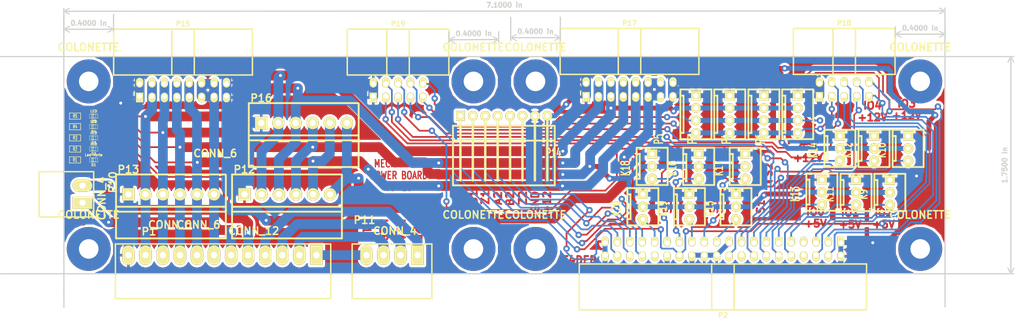
<source format=kicad_pcb>
(kicad_pcb (version 3) (host pcbnew "(2013-jul-07)-stable")
  (title_block (title "MECHANICAL POWER BOARD") (rev V0-10) (company F4DEB))
  (layers (15 F.Cu signal) (0 B.Cu signal) (18 B.Paste user) (19 F.Paste user) (20 B.SilkS user) (21 F.SilkS user) (22 B.Mask user) (23 F.Mask user) (28 Edge.Cuts user))
  (net 0 "")
  (net 1 +12V)
  (net 2 +15V)
  (net 3 +3.3V)
  (net 4 +5V)
  (net 5 +5VD)
  (net 6 /A1)
  (net 7 /A2)
  (net 8 /B1)
  (net 9 /B2)
  (net 10 /IO0)
  (net 11 /IO1)
  (net 12 /IO2)
  (net 13 /IO3)
  (net 14 /IO4)
  (net 15 /IO5)
  (net 16 /IRQ0)
  (net 17 /IRQ2)
  (net 18 /M1A)
  (net 19 /M1B)
  (net 20 /M2A)
  (net 21 /M2B)
  (net 22 /M3A)
  (net 23 /M3B)
  (net 24 /RST)
  (net 25 /RX1)
  (net 26 /RX2)
  (net 27 /RX3)
  (net 28 /SCL)
  (net 29 /SDA)
  (net 30 /SERV1)
  (net 31 /SERV2)
  (net 32 /SERV3)
  (net 33 /SERV4)
  (net 34 /SERV5)
  (net 35 /SERV6)
  (net 36 /TX1)
  (net 37 /TX2)
  (net 38 /TX3)
  (net 39 /Z1)
  (net 40 /Z2)
  (net 41 GND)
  (net 42 N-0000041)
  (net 43 N-0000042)
  (net 44 N-0000043)
  (net 45 N-0000044)
  (net 46 N-0000045)
  (module WEIDMULLER6 (layer F.Cu) (at 96.012 105.3465)
    (fp_text reference P12 (at 0 -5.08) (layer F.SilkS) (effects (font (size 1.524 1.524) (thickness 0.3048))))
    (fp_text value CONN_6 (at -9.398 6.223) (layer F.SilkS) (effects (font (size 1.524 1.524) (thickness 0.3048))))
    (pad 1 thru_hole rect (at 0 0) (size 2.54 2.54) (drill 1.30048) (layers *.Cu *.Mask F.SilkS) (net 41 GND))
    (pad 2 thru_hole circle (at 3.4925 0) (size 2.54 2.54) (drill 1.30048) (layers *.Cu *.Mask F.SilkS) (net 3 +3.3V))
    (pad 3 thru_hole circle (at 7.0485 0) (size 2.54 2.54) (drill 1.30048) (layers *.Cu *.Mask F.SilkS) (net 5 +5VD))
    (pad 4 thru_hole circle (at 10.541 0) (size 2.54 2.54) (drill 1.30048) (layers *.Cu *.Mask F.SilkS) (net 4 +5V))
    (pad 5 thru_hole circle (at 14.0335 0) (size 2.54 2.54) (drill 1.30048) (layers *.Cu *.Mask F.SilkS) (net 1 +12V))
    (pad 6 thru_hole circle (at 17.526 0) (size 2.54 2.54) (drill 1.30048) (layers *.Cu *.Mask F.SilkS) (net 2 +15V))
  )
  (module WEIDMULLER-6 (layer F.Cu) (at 72.263 105.3465)
    (fp_text reference P13 (at 0 -5.08) (layer F.SilkS) (effects (font (size 1.524 1.524) (thickness 0.3048))))
    (fp_text value CONN_6 (at 8.509 6.223) (layer F.SilkS) (effects (font (size 1.524 1.524) (thickness 0.3048))))
    (pad 1 thru_hole rect (at 0 0) (size 2.54 2.54) (drill 1.30048) (layers *.Cu *.Mask F.SilkS) (net 41 GND))
    (pad 2 thru_hole circle (at 3.4925 0) (size 2.54 2.54) (drill 1.30048) (layers *.Cu *.Mask F.SilkS) (net 3 +3.3V))
    (pad 3 thru_hole circle (at 7.0485 0) (size 2.54 2.54) (drill 1.30048) (layers *.Cu *.Mask F.SilkS) (net 5 +5VD))
    (pad 4 thru_hole circle (at 10.541 0) (size 2.54 2.54) (drill 1.30048) (layers *.Cu *.Mask F.SilkS) (net 4 +5V))
    (pad 5 thru_hole circle (at 14.0335 0) (size 2.54 2.54) (drill 1.30048) (layers *.Cu *.Mask F.SilkS) (net 1 +12V))
    (pad 6 thru_hole circle (at 17.526 0) (size 2.54 2.54) (drill 1.30048) (layers *.Cu *.Mask F.SilkS) (net 2 +15V))
  )
  (module SM0603_Resistor (layer F.Cu) (at 61.341 89.3445)
    (fp_text reference R5 (at 0 0) (layer F.SilkS) (effects (font (size 0.7112 0.4572) (thickness 0.1143))))
    (fp_text value 220 hide)
    (pad 1 smd rect (at -0.762 0) (size 0.635 1.143) (layers F.Cu F.Paste F.Mask) (net 41 GND))
    (pad 2 smd rect (at 0.762 0) (size 0.635 1.143) (layers F.Cu F.Paste F.Mask) (net 46 N-0000045))
  )
  (module SM0603_Resistor (layer F.Cu) (at 61.341 98.298)
    (fp_text reference R1 (at 0 0) (layer F.SilkS) (effects (font (size 0.7112 0.4572) (thickness 0.1143))))
    (fp_text value 1K hide)
    (pad 1 smd rect (at -0.762 0) (size 0.635 1.143) (layers F.Cu F.Paste F.Mask) (net 41 GND))
    (pad 2 smd rect (at 0.762 0) (size 0.635 1.143) (layers F.Cu F.Paste F.Mask) (net 42 N-0000041))
  )
  (module SM0603_Resistor (layer F.Cu) (at 61.341 93.7895)
    (fp_text reference R3 (at 0 0) (layer F.SilkS) (effects (font (size 0.7112 0.4572) (thickness 0.1143))))
    (fp_text value 680 hide)
    (pad 1 smd rect (at -0.762 0) (size 0.635 1.143) (layers F.Cu F.Paste F.Mask) (net 41 GND))
    (pad 2 smd rect (at 0.762 0) (size 0.635 1.143) (layers F.Cu F.Paste F.Mask) (net 43 N-0000042))
  )
  (module SM0603_Resistor (layer F.Cu) (at 61.341 91.5035)
    (fp_text reference R4 (at 0 0) (layer F.SilkS) (effects (font (size 0.7112 0.4572) (thickness 0.1143))))
    (fp_text value 330 hide)
    (pad 1 smd rect (at -0.762 0) (size 0.635 1.143) (layers F.Cu F.Paste F.Mask) (net 41 GND))
    (pad 2 smd rect (at 0.762 0) (size 0.635 1.143) (layers F.Cu F.Paste F.Mask) (net 44 N-0000043))
  )
  (module SM0603_Resistor (layer F.Cu) (at 61.341 96.0755)
    (fp_text reference R2 (at 0 0) (layer F.SilkS) (effects (font (size 0.7112 0.4572) (thickness 0.1143))))
    (fp_text value 820 hide)
    (pad 1 smd rect (at -0.762 0) (size 0.635 1.143) (layers F.Cu F.Paste F.Mask) (net 41 GND))
    (pad 2 smd rect (at 0.762 0) (size 0.635 1.143) (layers F.Cu F.Paste F.Mask) (net 45 N-0000044))
  )
  (module LED-0603 (layer F.Cu) (at 65.151 98.298 180)
    (fp_text reference D1 (at 0 -1.016 180) (layer F.SilkS) (effects (font (size 0.508 0.508) (thickness 0.127))))
    (fp_text value "Led Verte" (at 0 1.016 180) (layer F.SilkS) (effects (font (size 0.508 0.508) (thickness 0.127))))
    (pad 1 smd rect (at -0.7493 0 180) (size 0.79756 0.79756) (layers F.Cu F.Paste F.Mask) (net 2 +15V))
    (pad 2 smd rect (at 0.7493 0 180) (size 0.79756 0.79756) (layers F.Cu F.Paste F.Mask) (net 42 N-0000041))
  )
  (module LED-0603 (layer F.Cu) (at 65.151 89.3445 180)
    (fp_text reference D5 (at 0 -1.016 180) (layer F.SilkS) (effects (font (size 0.508 0.508) (thickness 0.127))))
    (fp_text value LED (at 0 1.016 180) (layer F.SilkS) (effects (font (size 0.508 0.508) (thickness 0.127))))
    (pad 1 smd rect (at -0.7493 0 180) (size 0.79756 0.79756) (layers F.Cu F.Paste F.Mask) (net 3 +3.3V))
    (pad 2 smd rect (at 0.7493 0 180) (size 0.79756 0.79756) (layers F.Cu F.Paste F.Mask) (net 46 N-0000045))
  )
  (module LED-0603 (layer F.Cu) (at 65.151 93.7895 180)
    (fp_text reference D3 (at 0 -1.016 180) (layer F.SilkS) (effects (font (size 0.508 0.508) (thickness 0.127))))
    (fp_text value LED (at 0 1.016 180) (layer F.SilkS) (effects (font (size 0.508 0.508) (thickness 0.127))))
    (pad 1 smd rect (at -0.7493 0 180) (size 0.79756 0.79756) (layers F.Cu F.Paste F.Mask) (net 4 +5V))
    (pad 2 smd rect (at 0.7493 0 180) (size 0.79756 0.79756) (layers F.Cu F.Paste F.Mask) (net 43 N-0000042))
  )
  (module LED-0603 (layer F.Cu) (at 65.151 91.5035 180)
    (fp_text reference D4 (at 0 -1.016 180) (layer F.SilkS) (effects (font (size 0.508 0.508) (thickness 0.127))))
    (fp_text value LED (at 0 1.016 180) (layer F.SilkS) (effects (font (size 0.508 0.508) (thickness 0.127))))
    (pad 1 smd rect (at -0.7493 0 180) (size 0.79756 0.79756) (layers F.Cu F.Paste F.Mask) (net 5 +5VD))
    (pad 2 smd rect (at 0.7493 0 180) (size 0.79756 0.79756) (layers F.Cu F.Paste F.Mask) (net 44 N-0000043))
  )
  (module LED-0603 (layer F.Cu) (at 65.151 96.0755 180)
    (fp_text reference D2 (at 0 -1.016 180) (layer F.SilkS) (effects (font (size 0.508 0.508) (thickness 0.127))))
    (fp_text value LED (at 0 1.016 180) (layer F.SilkS) (effects (font (size 0.508 0.508) (thickness 0.127))))
    (pad 1 smd rect (at -0.7493 0 180) (size 0.79756 0.79756) (layers F.Cu F.Paste F.Mask) (net 1 +12V))
    (pad 2 smd rect (at 0.7493 0 180) (size 0.79756 0.79756) (layers F.Cu F.Paste F.Mask) (net 45 N-0000044))
  )
  (module KK-4 (layer F.Cu) (at 202.311 92.7735 90)
    (fp_text reference P4 (at -1.27 -7.62 90) (layer F.SilkS) (effects (font (size 1.73482 1.08712) (thickness 0.27178))))
    (fp_text value CONN_4 hide)
    (pad 1 thru_hole rect (at 7.62 0 90) (size 1.99898 1.99898) (drill 1.00076) (layers *.Cu *.Mask F.SilkS) (net 41 GND))
    (pad 2 thru_hole circle (at 5.08 0 90) (size 1.99898 1.99898) (drill 1.00076) (layers *.Cu *.Mask F.SilkS) (net 5 +5VD))
    (pad 3 thru_hole circle (at 2.54 0 90) (size 1.99898 1.99898) (drill 1.00076) (layers *.Cu *.Mask F.SilkS) (net 28 /SCL))
    (pad 4 thru_hole circle (at 0 0 90) (size 1.99898 1.99898) (drill 1.00076) (layers *.Cu *.Mask F.SilkS) (net 29 /SDA))
  )
  (module KK-4 (layer F.Cu) (at 195.326 92.7735 90)
    (fp_text reference P3 (at -1.27 -7.62 90) (layer F.SilkS) (effects (font (size 1.73482 1.08712) (thickness 0.27178))))
    (fp_text value CONN_4 hide)
    (pad 1 thru_hole rect (at 7.62 0 90) (size 1.99898 1.99898) (drill 1.00076) (layers *.Cu *.Mask F.SilkS) (net 41 GND))
    (pad 2 thru_hole circle (at 5.08 0 90) (size 1.99898 1.99898) (drill 1.00076) (layers *.Cu *.Mask F.SilkS) (net 5 +5VD))
    (pad 3 thru_hole circle (at 2.54 0 90) (size 1.99898 1.99898) (drill 1.00076) (layers *.Cu *.Mask F.SilkS) (net 28 /SCL))
    (pad 4 thru_hole circle (at 0 0 90) (size 1.99898 1.99898) (drill 1.00076) (layers *.Cu *.Mask F.SilkS) (net 29 /SDA))
  )
  (module KK-4 (layer F.Cu) (at 188.4045 92.7735 90)
    (fp_text reference P5 (at -1.27 -7.62 90) (layer F.SilkS) (effects (font (size 1.73482 1.08712) (thickness 0.27178))))
    (fp_text value CONN_4 hide)
    (pad 1 thru_hole rect (at 7.62 0 90) (size 1.99898 1.99898) (drill 1.00076) (layers *.Cu *.Mask F.SilkS) (net 41 GND))
    (pad 2 thru_hole circle (at 5.08 0 90) (size 1.99898 1.99898) (drill 1.00076) (layers *.Cu *.Mask F.SilkS) (net 5 +5VD))
    (pad 3 thru_hole circle (at 2.54 0 90) (size 1.99898 1.99898) (drill 1.00076) (layers *.Cu *.Mask F.SilkS) (net 28 /SCL))
    (pad 4 thru_hole circle (at 0 0 90) (size 1.99898 1.99898) (drill 1.00076) (layers *.Cu *.Mask F.SilkS) (net 29 /SDA))
  )
  (module KK-4 (layer F.Cu) (at 209.2325 92.7735 90)
    (fp_text reference P6 (at -1.27 -7.62 90) (layer F.SilkS) (effects (font (size 1.73482 1.08712) (thickness 0.27178))))
    (fp_text value CONN_4 hide)
    (pad 1 thru_hole rect (at 7.62 0 90) (size 1.99898 1.99898) (drill 1.00076) (layers *.Cu *.Mask F.SilkS) (net 41 GND))
    (pad 2 thru_hole circle (at 5.08 0 90) (size 1.99898 1.99898) (drill 1.00076) (layers *.Cu *.Mask F.SilkS) (net 5 +5VD))
    (pad 3 thru_hole circle (at 2.54 0 90) (size 1.99898 1.99898) (drill 1.00076) (layers *.Cu *.Mask F.SilkS) (net 28 /SCL))
    (pad 4 thru_hole circle (at 0 0 90) (size 1.99898 1.99898) (drill 1.00076) (layers *.Cu *.Mask F.SilkS) (net 29 /SDA))
  )
  (module COLONETTE (layer F.Cu) (at 64.135 82.2325)
    (fp_text reference K1 (at 0 0) (layer F.SilkS) (effects (font (size 1.524 1.524) (thickness 0.3048))))
    (fp_text value COLONETTE (at 0 -6.985) (layer F.SilkS) (effects (font (size 1.524 1.524) (thickness 0.3048))))
    (pad 1 thru_hole circle (at 0 0) (size 8.99922 8.99922) (drill 4.0005) (layers *.Cu))
    (pad 1 thru_hole circle (at 0 0) (size 2 2) (drill 0.6) (layers *.Cu *.Mask F.SilkS))
  )
  (module COLONETTE (layer F.Cu) (at 64.135 116.5225)
    (fp_text reference K3 (at 0 0) (layer F.SilkS) (effects (font (size 1.524 1.524) (thickness 0.3048))))
    (fp_text value COLONETTE (at 0 -6.985) (layer F.SilkS) (effects (font (size 1.524 1.524) (thickness 0.3048))))
    (pad 1 thru_hole circle (at 0 0) (size 8.99922 8.99922) (drill 4.0005) (layers *.Cu))
    (pad 1 thru_hole circle (at 0 0) (size 2 2) (drill 0.6) (layers *.Cu *.Mask F.SilkS))
  )
  (module COLONETTE (layer F.Cu) (at 142.875 82.2325)
    (fp_text reference K5 (at 0 0) (layer F.SilkS) (effects (font (size 1.524 1.524) (thickness 0.3048))))
    (fp_text value COLONETTE (at 0 -6.985) (layer F.SilkS) (effects (font (size 1.524 1.524) (thickness 0.3048))))
    (pad 1 thru_hole circle (at 0 0) (size 8.99922 8.99922) (drill 4.0005) (layers *.Cu))
    (pad 1 thru_hole circle (at 0 0) (size 2 2) (drill 0.6) (layers *.Cu *.Mask F.SilkS))
  )
  (module COLONETTE (layer F.Cu) (at 142.875 116.5225)
    (fp_text reference K7 (at 0 0) (layer F.SilkS) (effects (font (size 1.524 1.524) (thickness 0.3048))))
    (fp_text value COLONETTE (at 0 -6.985) (layer F.SilkS) (effects (font (size 1.524 1.524) (thickness 0.3048))))
    (pad 1 thru_hole circle (at 0 0) (size 8.99922 8.99922) (drill 4.0005) (layers *.Cu))
    (pad 1 thru_hole circle (at 0 0) (size 2 2) (drill 0.6) (layers *.Cu *.Mask F.SilkS))
  )
  (module COLONETTE (layer F.Cu) (at 155.575 82.2325)
    (fp_text reference K2 (at 0 0) (layer F.SilkS) (effects (font (size 1.524 1.524) (thickness 0.3048))))
    (fp_text value COLONETTE (at 0 -6.985) (layer F.SilkS) (effects (font (size 1.524 1.524) (thickness 0.3048))))
    (pad 1 thru_hole circle (at 0 0) (size 8.99922 8.99922) (drill 4.0005) (layers *.Cu))
    (pad 1 thru_hole circle (at 0 0) (size 2 2) (drill 0.6) (layers *.Cu *.Mask F.SilkS))
  )
  (module COLONETTE (layer F.Cu) (at 155.575 116.5225)
    (fp_text reference K4 (at 0 0) (layer F.SilkS) (effects (font (size 1.524 1.524) (thickness 0.3048))))
    (fp_text value COLONETTE (at 0 -6.985) (layer F.SilkS) (effects (font (size 1.524 1.524) (thickness 0.3048))))
    (pad 1 thru_hole circle (at 0 0) (size 8.99922 8.99922) (drill 4.0005) (layers *.Cu))
    (pad 1 thru_hole circle (at 0 0) (size 2 2) (drill 0.6) (layers *.Cu *.Mask F.SilkS))
  )
  (module COLONETTE (layer F.Cu) (at 234.315 82.2325)
    (fp_text reference K6 (at 0 0) (layer F.SilkS) (effects (font (size 1.524 1.524) (thickness 0.3048))))
    (fp_text value COLONETTE (at 0 -6.985) (layer F.SilkS) (effects (font (size 1.524 1.524) (thickness 0.3048))))
    (pad 1 thru_hole circle (at 0 0) (size 8.99922 8.99922) (drill 4.0005) (layers *.Cu))
    (pad 1 thru_hole circle (at 0 0) (size 2 2) (drill 0.6) (layers *.Cu *.Mask F.SilkS))
  )
  (module COLONETTE (layer F.Cu) (at 234.315 116.5225)
    (fp_text reference K8 (at 0 0) (layer F.SilkS) (effects (font (size 1.524 1.524) (thickness 0.3048))))
    (fp_text value COLONETTE (at 0 -6.985) (layer F.SilkS) (effects (font (size 1.524 1.524) (thickness 0.3048))))
    (pad 1 thru_hole circle (at 0 0) (size 8.99922 8.99922) (drill 4.0005) (layers *.Cu))
    (pad 1 thru_hole circle (at 0 0) (size 2 2) (drill 0.6) (layers *.Cu *.Mask F.SilkS))
  )
  (module vasch_strip_5x2_90 (layer F.Cu) (at 218.7575 78.8035)
    (fp_text reference P18 (at 0 -8.5) (layer F.SilkS) (effects (font (thickness 0.2032))))
    (fp_text value CONN_5X2 hide)
    (pad 9 thru_hole oval (at 5.08 6.35) (size 1.5 2) (drill 1 (offset 0 0.25)) (layers *.Cu *.Mask F.SilkS) (net 29 /SDA))
    (pad 10 thru_hole oval (at 5.08 3.81) (size 1.5 2) (drill 1 (offset 0 -0.25)) (layers *.Cu *.Mask F.SilkS) (net 28 /SCL))
    (pad 8 thru_hole oval (at 2.54 3.81) (size 1.5 2) (drill 1 (offset 0 -0.25)) (layers *.Cu *.Mask F.SilkS) (net 24 /RST))
    (pad 7 thru_hole oval (at 2.54 6.35) (size 1.5 2) (drill 1 (offset 0 0.25)) (layers *.Cu *.Mask F.SilkS) (net 16 /IRQ0))
    (pad 1 thru_hole rect (at -5.08 6.35) (size 1.5 2) (drill 1 (offset 0 0.25)) (layers *.Cu *.Mask F.SilkS) (net 41 GND))
    (pad 2 thru_hole oval (at -5.08 3.81) (size 1.5 2) (drill 1 (offset 0 -0.25)) (layers *.Cu *.Mask F.SilkS) (net 41 GND))
    (pad 3 thru_hole oval (at -2.54 6.35) (size 1.5 2) (drill 1 (offset 0 0.25)) (layers *.Cu *.Mask F.SilkS) (net 38 /TX3))
    (pad 4 thru_hole oval (at -2.54 3.81) (size 1.5 2) (drill 1 (offset 0 -0.25)) (layers *.Cu *.Mask F.SilkS) (net 27 /RX3))
    (pad 5 thru_hole oval (at 0 6.35) (size 1.5 2) (drill 1 (offset 0 0.25)) (layers *.Cu *.Mask F.SilkS) (net 25 /RX1))
    (pad 6 thru_hole oval (at 0 3.81) (size 1.5 2) (drill 1 (offset 0 -0.25)) (layers *.Cu *.Mask F.SilkS) (net 36 /TX1))
  )
  (module vasch_strip_5x2_90 (layer F.Cu) (at 127.4445 78.9305)
    (fp_text reference P19 (at 0 -8.5) (layer F.SilkS) (effects (font (thickness 0.2032))))
    (fp_text value CONN_5X2 hide)
    (pad 9 thru_hole oval (at 5.08 6.35) (size 1.5 2) (drill 1 (offset 0 0.25)) (layers *.Cu *.Mask F.SilkS) (net 29 /SDA))
    (pad 10 thru_hole oval (at 5.08 3.81) (size 1.5 2) (drill 1 (offset 0 -0.25)) (layers *.Cu *.Mask F.SilkS) (net 28 /SCL))
    (pad 8 thru_hole oval (at 2.54 3.81) (size 1.5 2) (drill 1 (offset 0 -0.25)) (layers *.Cu *.Mask F.SilkS) (net 24 /RST))
    (pad 7 thru_hole oval (at 2.54 6.35) (size 1.5 2) (drill 1 (offset 0 0.25)) (layers *.Cu *.Mask F.SilkS) (net 17 /IRQ2))
    (pad 1 thru_hole rect (at -5.08 6.35) (size 1.5 2) (drill 1 (offset 0 0.25)) (layers *.Cu *.Mask F.SilkS) (net 41 GND))
    (pad 2 thru_hole oval (at -5.08 3.81) (size 1.5 2) (drill 1 (offset 0 -0.25)) (layers *.Cu *.Mask F.SilkS) (net 41 GND))
    (pad 3 thru_hole oval (at -2.54 6.35) (size 1.5 2) (drill 1 (offset 0 0.25)) (layers *.Cu *.Mask F.SilkS) (net 27 /RX3))
    (pad 4 thru_hole oval (at -2.54 3.81) (size 1.5 2) (drill 1 (offset 0 -0.25)) (layers *.Cu *.Mask F.SilkS) (net 38 /TX3))
    (pad 5 thru_hole oval (at 0 6.35) (size 1.5 2) (drill 1 (offset 0 0.25)) (layers *.Cu *.Mask F.SilkS) (net 26 /RX2))
    (pad 6 thru_hole oval (at 0 3.81) (size 1.5 2) (drill 1 (offset 0 -0.25)) (layers *.Cu *.Mask F.SilkS) (net 37 /TX2))
  )
  (module vasch_strip_8x2_90 (layer F.Cu) (at 174.8155 78.8035)
    (fp_text reference P17 (at 0 -8.5) (layer F.SilkS) (effects (font (thickness 0.2032))))
    (fp_text value CONN_8X2 hide)
    (pad 16 thru_hole oval (at 8.89 3.81) (size 1.5 2) (drill 1 (offset 0 -0.25)) (layers *.Cu *.Mask F.SilkS) (net 41 GND))
    (pad 15 thru_hole oval (at 8.89 6.35) (size 1.5 2) (drill 1 (offset 0 0.25)) (layers *.Cu *.Mask F.SilkS) (net 41 GND))
    (pad 13 thru_hole oval (at 6.35 6.35) (size 1.5 2) (drill 1 (offset 0 0.25)) (layers *.Cu *.Mask F.SilkS) (net 2 +15V))
    (pad 14 thru_hole oval (at 6.35 3.81) (size 1.5 2) (drill 1 (offset 0 -0.25)) (layers *.Cu *.Mask F.SilkS) (net 2 +15V))
    (pad 12 thru_hole oval (at 3.81 3.81) (size 1.5 2) (drill 1 (offset 0 -0.25)) (layers *.Cu *.Mask F.SilkS) (net 2 +15V))
    (pad 11 thru_hole oval (at 3.81 6.35) (size 1.5 2) (drill 1 (offset 0 0.25)) (layers *.Cu *.Mask F.SilkS) (net 2 +15V))
    (pad 9 thru_hole oval (at 1.27 6.35) (size 1.5 2) (drill 1 (offset 0 0.25)) (layers *.Cu *.Mask F.SilkS) (net 1 +12V))
    (pad 10 thru_hole oval (at 1.27 3.81) (size 1.5 2) (drill 1 (offset 0 -0.25)) (layers *.Cu *.Mask F.SilkS) (net 1 +12V))
    (pad 8 thru_hole oval (at -1.27 3.81) (size 1.5 2) (drill 1 (offset 0 -0.25)) (layers *.Cu *.Mask F.SilkS) (net 4 +5V))
    (pad 7 thru_hole oval (at -1.27 6.35) (size 1.5 2) (drill 1 (offset 0 0.25)) (layers *.Cu *.Mask F.SilkS) (net 4 +5V))
    (pad 1 thru_hole rect (at -8.89 6.35) (size 1.5 2) (drill 1 (offset 0 0.25)) (layers *.Cu *.Mask F.SilkS) (net 41 GND))
    (pad 2 thru_hole oval (at -8.89 3.81) (size 1.5 2) (drill 1 (offset 0 -0.25)) (layers *.Cu *.Mask F.SilkS) (net 41 GND))
    (pad 3 thru_hole oval (at -6.35 6.35) (size 1.5 2) (drill 1 (offset 0 0.25)) (layers *.Cu *.Mask F.SilkS) (net 3 +3.3V))
    (pad 4 thru_hole oval (at -6.35 3.81) (size 1.5 2) (drill 1 (offset 0 -0.25)) (layers *.Cu *.Mask F.SilkS) (net 3 +3.3V))
    (pad 5 thru_hole oval (at -3.81 6.35) (size 1.5 2) (drill 1 (offset 0 0.25)) (layers *.Cu *.Mask F.SilkS) (net 5 +5VD))
    (pad 6 thru_hole oval (at -3.81 3.81) (size 1.5 2) (drill 1 (offset 0 -0.25)) (layers *.Cu *.Mask F.SilkS) (net 5 +5VD))
  )
  (module vasch_strip_8x2_90 (layer F.Cu) (at 83.439 78.9305)
    (fp_text reference P15 (at 0 -8.5) (layer F.SilkS) (effects (font (thickness 0.2032))))
    (fp_text value CONN_8X2 hide)
    (pad 16 thru_hole oval (at 8.89 3.81) (size 1.5 2) (drill 1 (offset 0 -0.25)) (layers *.Cu *.Mask F.SilkS) (net 41 GND))
    (pad 15 thru_hole oval (at 8.89 6.35) (size 1.5 2) (drill 1 (offset 0 0.25)) (layers *.Cu *.Mask F.SilkS) (net 41 GND))
    (pad 13 thru_hole oval (at 6.35 6.35) (size 1.5 2) (drill 1 (offset 0 0.25)) (layers *.Cu *.Mask F.SilkS) (net 2 +15V))
    (pad 14 thru_hole oval (at 6.35 3.81) (size 1.5 2) (drill 1 (offset 0 -0.25)) (layers *.Cu *.Mask F.SilkS) (net 2 +15V))
    (pad 12 thru_hole oval (at 3.81 3.81) (size 1.5 2) (drill 1 (offset 0 -0.25)) (layers *.Cu *.Mask F.SilkS) (net 2 +15V))
    (pad 11 thru_hole oval (at 3.81 6.35) (size 1.5 2) (drill 1 (offset 0 0.25)) (layers *.Cu *.Mask F.SilkS) (net 2 +15V))
    (pad 9 thru_hole oval (at 1.27 6.35) (size 1.5 2) (drill 1 (offset 0 0.25)) (layers *.Cu *.Mask F.SilkS) (net 1 +12V))
    (pad 10 thru_hole oval (at 1.27 3.81) (size 1.5 2) (drill 1 (offset 0 -0.25)) (layers *.Cu *.Mask F.SilkS) (net 1 +12V))
    (pad 8 thru_hole oval (at -1.27 3.81) (size 1.5 2) (drill 1 (offset 0 -0.25)) (layers *.Cu *.Mask F.SilkS) (net 4 +5V))
    (pad 7 thru_hole oval (at -1.27 6.35) (size 1.5 2) (drill 1 (offset 0 0.25)) (layers *.Cu *.Mask F.SilkS) (net 4 +5V))
    (pad 1 thru_hole rect (at -8.89 6.35) (size 1.5 2) (drill 1 (offset 0 0.25)) (layers *.Cu *.Mask F.SilkS) (net 41 GND))
    (pad 2 thru_hole oval (at -8.89 3.81) (size 1.5 2) (drill 1 (offset 0 -0.25)) (layers *.Cu *.Mask F.SilkS) (net 41 GND))
    (pad 3 thru_hole oval (at -6.35 6.35) (size 1.5 2) (drill 1 (offset 0 0.25)) (layers *.Cu *.Mask F.SilkS) (net 3 +3.3V))
    (pad 4 thru_hole oval (at -6.35 3.81) (size 1.5 2) (drill 1 (offset 0 -0.25)) (layers *.Cu *.Mask F.SilkS) (net 3 +3.3V))
    (pad 5 thru_hole oval (at -3.81 6.35) (size 1.5 2) (drill 1 (offset 0 0.25)) (layers *.Cu *.Mask F.SilkS) (net 5 +5VD))
    (pad 6 thru_hole oval (at -3.81 3.81) (size 1.5 2) (drill 1 (offset 0 -0.25)) (layers *.Cu *.Mask F.SilkS) (net 5 +5VD))
  )
  (module vasch_strip_20x2_90 (layer F.Cu) (at 193.929 121.6025 180)
    (fp_text reference P2 (at 0 -8.5 180) (layer F.SilkS) (effects (font (thickness 0.2032))))
    (fp_text value HE10-40 hide)
    (pad 37 thru_hole oval (at 21.59 6.35 180) (size 1.5 2) (drill 1 (offset 0 0.25)) (layers *.Cu *.Mask F.SilkS) (net 39 /Z1))
    (pad 38 thru_hole oval (at 21.59 3.81 180) (size 1.5 2) (drill 1 (offset 0 -0.25)) (layers *.Cu *.Mask F.SilkS) (net 40 /Z2))
    (pad 40 thru_hole oval (at 24.13 3.81 180) (size 1.5 2) (drill 1 (offset 0 -0.25)) (layers *.Cu *.Mask F.SilkS) (net 41 GND))
    (pad 39 thru_hole oval (at 24.13 6.35 180) (size 1.5 2) (drill 1 (offset 0 0.25)) (layers *.Cu *.Mask F.SilkS) (net 41 GND))
    (pad 35 thru_hole oval (at 19.05 6.35 180) (size 1.5 2) (drill 1 (offset 0 0.25)) (layers *.Cu *.Mask F.SilkS) (net 8 /B1))
    (pad 36 thru_hole oval (at 19.05 3.81 180) (size 1.5 2) (drill 1 (offset 0 -0.25)) (layers *.Cu *.Mask F.SilkS) (net 9 /B2))
    (pad 34 thru_hole oval (at 16.51 3.81 180) (size 1.5 2) (drill 1 (offset 0 -0.25)) (layers *.Cu *.Mask F.SilkS) (net 7 /A2))
    (pad 33 thru_hole oval (at 16.51 6.35 180) (size 1.5 2) (drill 1 (offset 0 0.25)) (layers *.Cu *.Mask F.SilkS) (net 6 /A1))
    (pad 31 thru_hole oval (at 13.97 6.35 180) (size 1.5 2) (drill 1 (offset 0 0.25)) (layers *.Cu *.Mask F.SilkS) (net 35 /SERV6))
    (pad 32 thru_hole oval (at 13.97 3.81 180) (size 1.5 2) (drill 1 (offset 0 -0.25)) (layers *.Cu *.Mask F.SilkS))
    (pad 27 thru_hole oval (at 8.89 6.35 180) (size 1.5 2) (drill 1 (offset 0 0.25)) (layers *.Cu *.Mask F.SilkS) (net 33 /SERV4))
    (pad 28 thru_hole oval (at 8.89 3.81 180) (size 1.5 2) (drill 1 (offset 0 -0.25)) (layers *.Cu *.Mask F.SilkS) (net 24 /RST))
    (pad 30 thru_hole oval (at 11.43 3.81 180) (size 1.5 2) (drill 1 (offset 0 -0.25)) (layers *.Cu *.Mask F.SilkS) (net 41 GND))
    (pad 29 thru_hole oval (at 11.43 6.35 180) (size 1.5 2) (drill 1 (offset 0 0.25)) (layers *.Cu *.Mask F.SilkS) (net 34 /SERV5))
    (pad 25 thru_hole oval (at 6.35 6.35 180) (size 1.5 2) (drill 1 (offset 0 0.25)) (layers *.Cu *.Mask F.SilkS) (net 32 /SERV3))
    (pad 26 thru_hole oval (at 6.35 3.81 180) (size 1.5 2) (drill 1 (offset 0 -0.25)) (layers *.Cu *.Mask F.SilkS) (net 41 GND))
    (pad 24 thru_hole oval (at 3.81 3.81 180) (size 1.5 2) (drill 1 (offset 0 -0.25)) (layers *.Cu *.Mask F.SilkS) (net 41 GND))
    (pad 23 thru_hole oval (at 3.81 6.35 180) (size 1.5 2) (drill 1 (offset 0 0.25)) (layers *.Cu *.Mask F.SilkS) (net 31 /SERV2))
    (pad 21 thru_hole oval (at 1.27 6.35 180) (size 1.5 2) (drill 1 (offset 0 0.25)) (layers *.Cu *.Mask F.SilkS) (net 30 /SERV1))
    (pad 22 thru_hole oval (at 1.27 3.81 180) (size 1.5 2) (drill 1 (offset 0 -0.25)) (layers *.Cu *.Mask F.SilkS) (net 41 GND))
    (pad 20 thru_hole oval (at -1.27 3.81 180) (size 1.5 2) (drill 1 (offset 0 -0.25)) (layers *.Cu *.Mask F.SilkS) (net 17 /IRQ2))
    (pad 19 thru_hole oval (at -1.27 6.35 180) (size 1.5 2) (drill 1 (offset 0 0.25)) (layers *.Cu *.Mask F.SilkS) (net 41 GND))
    (pad 17 thru_hole oval (at -3.81 6.35 180) (size 1.5 2) (drill 1 (offset 0 0.25)) (layers *.Cu *.Mask F.SilkS) (net 16 /IRQ0))
    (pad 18 thru_hole oval (at -3.81 3.81 180) (size 1.5 2) (drill 1 (offset 0 -0.25)) (layers *.Cu *.Mask F.SilkS))
    (pad 16 thru_hole oval (at -6.35 3.81 180) (size 1.5 2) (drill 1 (offset 0 -0.25)) (layers *.Cu *.Mask F.SilkS) (net 37 /TX2))
    (pad 15 thru_hole oval (at -6.35 6.35 180) (size 1.5 2) (drill 1 (offset 0 0.25)) (layers *.Cu *.Mask F.SilkS) (net 26 /RX2))
    (pad 13 thru_hole oval (at -8.89 6.35 180) (size 1.5 2) (drill 1 (offset 0 0.25)) (layers *.Cu *.Mask F.SilkS) (net 14 /IO4))
    (pad 14 thru_hole oval (at -8.89 3.81 180) (size 1.5 2) (drill 1 (offset 0 -0.25)) (layers *.Cu *.Mask F.SilkS) (net 15 /IO5))
    (pad 12 thru_hole oval (at -11.43 3.81 180) (size 1.5 2) (drill 1 (offset 0 -0.25)) (layers *.Cu *.Mask F.SilkS) (net 13 /IO3))
    (pad 11 thru_hole oval (at -11.43 6.35 180) (size 1.5 2) (drill 1 (offset 0 0.25)) (layers *.Cu *.Mask F.SilkS) (net 12 /IO2))
    (pad 9 thru_hole oval (at -13.97 6.35 180) (size 1.5 2) (drill 1 (offset 0 0.25)) (layers *.Cu *.Mask F.SilkS) (net 10 /IO0))
    (pad 10 thru_hole oval (at -13.97 3.81 180) (size 1.5 2) (drill 1 (offset 0 -0.25)) (layers *.Cu *.Mask F.SilkS) (net 11 /IO1))
    (pad 8 thru_hole oval (at -16.51 3.81 180) (size 1.5 2) (drill 1 (offset 0 -0.25)) (layers *.Cu *.Mask F.SilkS))
    (pad 7 thru_hole oval (at -16.51 6.35 180) (size 1.5 2) (drill 1 (offset 0 0.25)) (layers *.Cu *.Mask F.SilkS))
    (pad 1 thru_hole rect (at -24.13 6.35 180) (size 1.5 2) (drill 1 (offset 0 0.25)) (layers *.Cu *.Mask F.SilkS) (net 41 GND))
    (pad 2 thru_hole oval (at -24.13 3.81 180) (size 1.5 2) (drill 1 (offset 0 -0.25)) (layers *.Cu *.Mask F.SilkS) (net 41 GND))
    (pad 3 thru_hole oval (at -21.59 6.35 180) (size 1.5 2) (drill 1 (offset 0 0.25)) (layers *.Cu *.Mask F.SilkS) (net 29 /SDA))
    (pad 4 thru_hole oval (at -21.59 3.81 180) (size 1.5 2) (drill 1 (offset 0 -0.25)) (layers *.Cu *.Mask F.SilkS) (net 28 /SCL))
    (pad 5 thru_hole oval (at -19.05 6.35 180) (size 1.5 2) (drill 1 (offset 0 0.25)) (layers *.Cu *.Mask F.SilkS) (net 25 /RX1))
    (pad 6 thru_hole oval (at -19.05 3.81 180) (size 1.5 2) (drill 1 (offset 0 -0.25)) (layers *.Cu *.Mask F.SilkS) (net 36 /TX1))
  )
  (module WEIDMULLER-SL-3.5-12-90G (layer F.Cu) (at 69.596 115.5065)
    (fp_text reference P1 (at 6.858 -2.54) (layer F.SilkS) (effects (font (size 1.524 1.524) (thickness 0.3048))))
    (fp_text value CONN_12 (at 28.321 -2.667) (layer F.SilkS) (effects (font (size 1.524 1.524) (thickness 0.3048))))
    (pad 12 thru_hole oval (at 2.667 2.286) (size 2.54 4) (drill 1.30048) (layers *.Cu *.Mask F.SilkS) (net 41 GND))
    (pad 11 thru_hole oval (at 6.1595 2.286) (size 2.54 4) (drill 1.30048) (layers *.Cu *.Mask F.SilkS) (net 3 +3.3V))
    (pad 10 thru_hole oval (at 9.7155 2.286) (size 2.54 4) (drill 1.30048) (layers *.Cu *.Mask F.SilkS) (net 5 +5VD))
    (pad 9 thru_hole oval (at 13.208 2.286) (size 2.54 4) (drill 1.30048) (layers *.Cu *.Mask F.SilkS) (net 4 +5V))
    (pad 8 thru_hole oval (at 16.7005 2.286) (size 2.54 4) (drill 1.30048) (layers *.Cu *.Mask F.SilkS) (net 1 +12V))
    (pad 7 thru_hole oval (at 20.193 2.286) (size 2.54 4) (drill 1.30048) (layers *.Cu *.Mask F.SilkS) (net 2 +15V))
    (pad 6 thru_hole oval (at 23.6855 2.286) (size 2.54 4) (drill 1.30048) (layers *.Cu *.Mask F.SilkS) (net 23 /M3B))
    (pad 5 thru_hole oval (at 27.178 2.286) (size 2.54 4) (drill 1.30048) (layers *.Cu *.Mask F.SilkS) (net 22 /M3A))
    (pad 4 thru_hole oval (at 30.6705 2.286) (size 2.54 4) (drill 1.30048) (layers *.Cu *.Mask F.SilkS) (net 21 /M2B))
    (pad 3 thru_hole oval (at 34.163 2.286) (size 2.54 4) (drill 1.30048) (layers *.Cu *.Mask F.SilkS) (net 20 /M2A))
    (pad 2 thru_hole oval (at 37.6555 2.286) (size 2.54 4) (drill 1.30048) (layers *.Cu *.Mask F.SilkS) (net 19 /M1B))
    (pad 1 thru_hole rect (at 41.148 2.286) (size 2.54 4) (drill 1.30048) (layers *.Cu *.Mask F.SilkS) (net 18 /M1A))
  )
  (module KK-3 (layer F.Cu) (at 228.092 107.5055 90)
    (fp_text reference K9 (at 2.159 -5.461 90) (layer F.SilkS) (effects (font (size 1.73482 1.08712) (thickness 0.27178))))
    (fp_text value CONN_3 hide)
    (pad 1 thru_hole rect (at 5.08 0 90) (size 1.89992 2.10058) (drill 1.00076) (layers *.Cu *.Mask F.SilkS) (net 41 GND))
    (pad 2 thru_hole circle (at 2.54 0 90) (size 2.10058 2.10058) (drill 0.89916) (layers *.Cu *.Mask F.SilkS) (net 4 +5V))
    (pad 3 thru_hole circle (at 0 0 90) (size 2.10058 2.10058) (drill 0.89916) (layers *.Cu *.Mask F.SilkS) (net 10 /IO0))
  )
  (module KK-3 (layer F.Cu) (at 221.1705 107.5055 90)
    (fp_text reference K11 (at 2.159 -5.461 90) (layer F.SilkS) (effects (font (size 1.73482 1.08712) (thickness 0.27178))))
    (fp_text value CONN_3 hide)
    (pad 1 thru_hole rect (at 5.08 0 90) (size 1.89992 2.10058) (drill 1.00076) (layers *.Cu *.Mask F.SilkS) (net 41 GND))
    (pad 2 thru_hole circle (at 2.54 0 90) (size 2.10058 2.10058) (drill 0.89916) (layers *.Cu *.Mask F.SilkS) (net 4 +5V))
    (pad 3 thru_hole circle (at 0 0 90) (size 2.10058 2.10058) (drill 0.89916) (layers *.Cu *.Mask F.SilkS) (net 11 /IO1))
  )
  (module KK-3 (layer F.Cu) (at 231.8385 98.4885 90)
    (fp_text reference K10 (at 2.159 -5.461 90) (layer F.SilkS) (effects (font (size 1.73482 1.08712) (thickness 0.27178))))
    (fp_text value CONN_3 hide)
    (pad 1 thru_hole rect (at 5.08 0 90) (size 1.89992 2.10058) (drill 1.00076) (layers *.Cu *.Mask F.SilkS) (net 41 GND))
    (pad 2 thru_hole circle (at 2.54 0 90) (size 2.10058 2.10058) (drill 0.89916) (layers *.Cu *.Mask F.SilkS) (net 1 +12V))
    (pad 3 thru_hole circle (at 0 0 90) (size 2.10058 2.10058) (drill 0.89916) (layers *.Cu *.Mask F.SilkS) (net 13 /IO3))
  )
  (module KK-3 (layer F.Cu) (at 214.1855 107.442 90)
    (fp_text reference K13 (at 2.159 -5.461 90) (layer F.SilkS) (effects (font (size 1.73482 1.08712) (thickness 0.27178))))
    (fp_text value CONN_3 hide)
    (pad 1 thru_hole rect (at 5.08 0 90) (size 1.89992 2.10058) (drill 1.00076) (layers *.Cu *.Mask F.SilkS) (net 41 GND))
    (pad 2 thru_hole circle (at 2.54 0 90) (size 2.10058 2.10058) (drill 0.89916) (layers *.Cu *.Mask F.SilkS) (net 4 +5V))
    (pad 3 thru_hole circle (at 0 0 90) (size 2.10058 2.10058) (drill 0.89916) (layers *.Cu *.Mask F.SilkS) (net 12 /IO2))
  )
  (module KK-3 (layer F.Cu) (at 224.8535 98.4885 90)
    (fp_text reference K12 (at 2.159 -5.461 90) (layer F.SilkS) (effects (font (size 1.73482 1.08712) (thickness 0.27178))))
    (fp_text value CONN_3 hide)
    (pad 1 thru_hole rect (at 5.08 0 90) (size 1.89992 2.10058) (drill 1.00076) (layers *.Cu *.Mask F.SilkS) (net 41 GND))
    (pad 2 thru_hole circle (at 2.54 0 90) (size 2.10058 2.10058) (drill 0.89916) (layers *.Cu *.Mask F.SilkS) (net 1 +12V))
    (pad 3 thru_hole circle (at 0 0 90) (size 2.10058 2.10058) (drill 0.89916) (layers *.Cu *.Mask F.SilkS) (net 14 /IO4))
  )
  (module KK-3 (layer F.Cu) (at 217.8685 98.4885 90)
    (fp_text reference K14 (at 2.159 -5.461 90) (layer F.SilkS) (effects (font (size 1.73482 1.08712) (thickness 0.27178))))
    (fp_text value CONN_3 hide)
    (pad 1 thru_hole rect (at 5.08 0 90) (size 1.89992 2.10058) (drill 1.00076) (layers *.Cu *.Mask F.SilkS) (net 41 GND))
    (pad 2 thru_hole circle (at 2.54 0 90) (size 2.10058 2.10058) (drill 0.89916) (layers *.Cu *.Mask F.SilkS) (net 1 +12V))
    (pad 3 thru_hole circle (at 0 0 90) (size 2.10058 2.10058) (drill 0.89916) (layers *.Cu *.Mask F.SilkS) (net 15 /IO5))
  )
  (module KK-3 (layer F.Cu) (at 196.596 110.4265 90)
    (fp_text reference K15 (at 2.159 -5.461 90) (layer F.SilkS) (effects (font (size 1.73482 1.08712) (thickness 0.27178))))
    (fp_text value CONN_3 hide)
    (pad 1 thru_hole rect (at 5.08 0 90) (size 1.89992 2.10058) (drill 1.00076) (layers *.Cu *.Mask F.SilkS) (net 41 GND))
    (pad 2 thru_hole circle (at 2.54 0 90) (size 2.10058 2.10058) (drill 0.89916) (layers *.Cu *.Mask F.SilkS) (net 4 +5V))
    (pad 3 thru_hole circle (at 0 0 90) (size 2.10058 2.10058) (drill 0.89916) (layers *.Cu *.Mask F.SilkS) (net 30 /SERV1))
  )
  (module KK-3 (layer F.Cu) (at 198.501 102.1715 90)
    (fp_text reference K17 (at 2.159 -5.461 90) (layer F.SilkS) (effects (font (size 1.73482 1.08712) (thickness 0.27178))))
    (fp_text value CONN_3 hide)
    (pad 1 thru_hole rect (at 5.08 0 90) (size 1.89992 2.10058) (drill 1.00076) (layers *.Cu *.Mask F.SilkS) (net 41 GND))
    (pad 2 thru_hole circle (at 2.54 0 90) (size 2.10058 2.10058) (drill 0.89916) (layers *.Cu *.Mask F.SilkS) (net 4 +5V))
    (pad 3 thru_hole circle (at 0 0 90) (size 2.10058 2.10058) (drill 0.89916) (layers *.Cu *.Mask F.SilkS) (net 31 /SERV2))
  )
  (module KK-3 (layer F.Cu) (at 187.071 110.4265 90)
    (fp_text reference K19 (at 2.159 -5.461 90) (layer F.SilkS) (effects (font (size 1.73482 1.08712) (thickness 0.27178))))
    (fp_text value CONN_3 hide)
    (pad 1 thru_hole rect (at 5.08 0 90) (size 1.89992 2.10058) (drill 1.00076) (layers *.Cu *.Mask F.SilkS) (net 41 GND))
    (pad 2 thru_hole circle (at 2.54 0 90) (size 2.10058 2.10058) (drill 0.89916) (layers *.Cu *.Mask F.SilkS) (net 4 +5V))
    (pad 3 thru_hole circle (at 0 0 90) (size 2.10058 2.10058) (drill 0.89916) (layers *.Cu *.Mask F.SilkS) (net 32 /SERV3))
  )
  (module KK-3 (layer F.Cu) (at 188.976 102.1715 90)
    (fp_text reference K16 (at 2.159 -5.461 90) (layer F.SilkS) (effects (font (size 1.73482 1.08712) (thickness 0.27178))))
    (fp_text value CONN_3 hide)
    (pad 1 thru_hole rect (at 5.08 0 90) (size 1.89992 2.10058) (drill 1.00076) (layers *.Cu *.Mask F.SilkS) (net 41 GND))
    (pad 2 thru_hole circle (at 2.54 0 90) (size 2.10058 2.10058) (drill 0.89916) (layers *.Cu *.Mask F.SilkS) (net 4 +5V))
    (pad 3 thru_hole circle (at 0 0 90) (size 2.10058 2.10058) (drill 0.89916) (layers *.Cu *.Mask F.SilkS) (net 33 /SERV4))
  )
  (module KK-3 (layer F.Cu) (at 179.451 102.1715 90)
    (fp_text reference K18 (at 2.159 -5.461 90) (layer F.SilkS) (effects (font (size 1.73482 1.08712) (thickness 0.27178))))
    (fp_text value CONN_3 hide)
    (pad 1 thru_hole rect (at 5.08 0 90) (size 1.89992 2.10058) (drill 1.00076) (layers *.Cu *.Mask F.SilkS) (net 41 GND))
    (pad 2 thru_hole circle (at 2.54 0 90) (size 2.10058 2.10058) (drill 0.89916) (layers *.Cu *.Mask F.SilkS) (net 4 +5V))
    (pad 3 thru_hole circle (at 0 0 90) (size 2.10058 2.10058) (drill 0.89916) (layers *.Cu *.Mask F.SilkS) (net 34 /SERV5))
  )
  (module KK-3 (layer F.Cu) (at 177.546 110.4265 90)
    (fp_text reference K20 (at 2.159 -5.461 90) (layer F.SilkS) (effects (font (size 1.73482 1.08712) (thickness 0.27178))))
    (fp_text value CONN_3 hide)
    (pad 1 thru_hole rect (at 5.08 0 90) (size 1.89992 2.10058) (drill 1.00076) (layers *.Cu *.Mask F.SilkS) (net 41 GND))
    (pad 2 thru_hole circle (at 2.54 0 90) (size 2.10058 2.10058) (drill 0.89916) (layers *.Cu *.Mask F.SilkS) (net 4 +5V))
    (pad 3 thru_hole circle (at 0 0 90) (size 2.10058 2.10058) (drill 0.89916) (layers *.Cu *.Mask F.SilkS) (net 35 /SERV6))
  )
  (module KK-8-H (layer F.Cu) (at 157.988 89.281 180)
    (fp_text reference P14 (at -1.27 -7.62 180) (layer F.SilkS) (effects (font (size 1.73482 1.08712) (thickness 0.27178))))
    (fp_text value CONN_8 hide)
    (pad 4 thru_hole circle (at 10.16 0 180) (size 1.99898 1.99898) (drill 1.00076) (layers *.Cu *.Mask F.SilkS) (net 7 /A2))
    (pad 3 thru_hole circle (at 12.7 0 180) (size 1.99898 1.99898) (drill 1.00076) (layers *.Cu *.Mask F.SilkS) (net 39 /Z1))
    (pad 2 thru_hole circle (at 15.24 0 180) (size 1.99898 1.99898) (drill 1.00076) (layers *.Cu *.Mask F.SilkS) (net 8 /B1))
    (pad 1 thru_hole rect (at 17.78 0 180) (size 1.80086 1.99898) (drill 1.00076) (layers *.Cu *.Mask F.SilkS) (net 6 /A1))
    (pad 5 thru_hole circle (at 7.62 0 180) (size 1.99898 1.99898) (drill 1.00076) (layers *.Cu *.Mask F.SilkS) (net 9 /B2))
    (pad 6 thru_hole circle (at 5.08 0 180) (size 1.99898 1.99898) (drill 1.00076) (layers *.Cu *.Mask F.SilkS) (net 40 /Z2))
    (pad 7 thru_hole circle (at 2.54 0 180) (size 1.99898 1.99898) (drill 1.00076) (layers *.Cu *.Mask F.SilkS) (net 41 GND))
    (pad 8 thru_hole circle (at 0 0 180) (size 1.99898 1.99898) (drill 1.00076) (layers *.Cu *.Mask F.SilkS) (net 1 +12V))
  )
  (module WEIDMULLER-SL-3.5-4-90G (layer F.Cu) (at 118.0465 115.5065)
    (fp_text reference P11 (at 2.54 -4.8895) (layer F.SilkS) (effects (font (size 1.524 1.524) (thickness 0.3048))))
    (fp_text value CONN_4 (at 8.763 -2.667) (layer F.SilkS) (effects (font (size 1.524 1.524) (thickness 0.3048))))
    (pad 4 thru_hole oval (at 2.921 2.286) (size 2.54 4) (drill 1.30048) (layers *.Cu *.Mask F.SilkS) (net 18 /M1A))
    (pad 3 thru_hole oval (at 6.4135 2.286) (size 2.54 4) (drill 1.30048) (layers *.Cu *.Mask F.SilkS) (net 19 /M1B))
    (pad 2 thru_hole oval (at 9.906 2.286) (size 2.54 4) (drill 1.30048) (layers *.Cu *.Mask F.SilkS) (net 20 /M2A))
    (pad 1 thru_hole rect (at 13.3985 2.286) (size 2.54 4) (drill 1.30048) (layers *.Cu *.Mask F.SilkS) (net 21 /M2B))
  )
  (module WEIDMULLER6 (layer F.Cu) (at 99.441 90.7415)
    (fp_text reference P16 (at 0 -5.08) (layer F.SilkS) (effects (font (size 1.524 1.524) (thickness 0.3048))))
    (fp_text value CONN_6 (at -9.398 6.223) (layer F.SilkS) (effects (font (size 1.524 1.524) (thickness 0.3048))))
    (pad 1 thru_hole rect (at 0 0) (size 2.54 2.54) (drill 1.30048) (layers *.Cu *.Mask F.SilkS) (net 41 GND))
    (pad 2 thru_hole circle (at 3.4925 0) (size 2.54 2.54) (drill 1.30048) (layers *.Cu *.Mask F.SilkS) (net 3 +3.3V))
    (pad 3 thru_hole circle (at 7.0485 0) (size 2.54 2.54) (drill 1.30048) (layers *.Cu *.Mask F.SilkS) (net 5 +5VD))
    (pad 4 thru_hole circle (at 10.541 0) (size 2.54 2.54) (drill 1.30048) (layers *.Cu *.Mask F.SilkS) (net 4 +5V))
    (pad 5 thru_hole circle (at 14.0335 0) (size 2.54 2.54) (drill 1.30048) (layers *.Cu *.Mask F.SilkS) (net 1 +12V))
    (pad 6 thru_hole circle (at 17.526 0) (size 2.54 2.54) (drill 1.30048) (layers *.Cu *.Mask F.SilkS) (net 2 +15V))
  )
  (module WEIDMULLER-SL-3.5-2-90G (layer F.Cu) (at 62.865 107.061 270)
    (fp_text reference P10 (at -4.191 -6.223 270) (layer F.SilkS) (effects (font (size 1.524 1.524) (thickness 0.3048))))
    (fp_text value CONN_4 (at -0.889 -3.937 270) (layer F.SilkS) (effects (font (size 1.524 1.524) (thickness 0.3048))))
    (pad 2 thru_hole oval (at -3.4925 0 270) (size 2.54 4) (drill 1.30048) (layers *.Cu *.Mask F.SilkS) (net 22 /M3A))
    (pad 1 thru_hole rect (at 0 0 270) (size 2.54 4) (drill 1.30048) (layers *.Cu *.Mask F.SilkS) (net 23 /M3B))
  )
  (gr_text S5 (at 182.626 107.8865 90) (layer F.Cu) (effects (font (size 1.5 1.5) (thickness 0.375))))
  (gr_text S6 (at 184.531 97.0915 90) (layer F.Cu) (effects (font (size 1.5 1.5) (thickness 0.375))))
  (gr_text S4 (at 194.056 97.0915 90) (layer F.Cu) (effects (font (size 1.5 1.5) (thickness 0.375))))
  (gr_text S3 (at 192.151 107.8865 90) (layer F.Cu) (effects (font (size 1.5 1.5) (thickness 0.375))))
  (gr_text S2 (at 203.2635 100.33 90) (layer F.Cu) (effects (font (size 1.5 1.5) (thickness 0.375))))
  (gr_text F4DEB (at 164.592 118.8085) (layer F.Cu) (effects (font (size 1.5 1.5) (thickness 0.375))))
  (gr_text S1 (at 201.676 107.8865 90) (layer F.Cu) (effects (font (size 1.5 1.5) (thickness 0.375))))
  (gr_text A1 (at 140.208 105.9815 90) (layer F.Cu) (effects (font (size 1.5 1.5) (thickness 0.375))))
  (gr_text B1 (at 142.875 105.9815 90) (layer F.Cu) (effects (font (size 1.5 1.5) (thickness 0.375))))
  (gr_text Z1 (at 145.288 105.9815 90) (layer F.Cu) (effects (font (size 1.5 1.5) (thickness 0.375))))
  (gr_text A2 (at 147.8915 106.1085 90) (layer F.Cu) (effects (font (size 1.5 1.5) (thickness 0.375))))
  (gr_text B2 (at 150.368 106.2355 90) (layer F.Cu) (effects (font (size 1.5 1.5) (thickness 0.375))))
  (gr_text Z2 (at 152.9715 106.1085 90) (layer F.Cu) (effects (font (size 1.5 1.5) (thickness 0.375))))
  (gr_text GND (at 155.5115 106.9975 90) (layer F.Cu) (effects (font (size 1.5 1.5) (thickness 0.375))))
  (gr_text +12 (at 157.9245 107.061 90) (layer F.Cu) (effects (font (size 1.5 1.5) (thickness 0.375))))
  (gr_text M1A (at 121.031 112.4585 270) (layer F.Cu) (effects (font (size 1.5 1.5) (thickness 0.375))))
  (gr_text M1B (at 124.46 112.649 270) (layer F.Cu) (effects (font (size 1.5 1.5) (thickness 0.375))))
  (gr_text M2A (at 128.016 112.5855 270) (layer F.Cu) (effects (font (size 1.5 1.5) (thickness 0.375))))
  (gr_text M2B (at 131.445 112.649 270) (layer F.Cu) (effects (font (size 1.5 1.5) (thickness 0.375))))
  (gr_text M3A (at 67.818 101.0285) (layer F.Cu) (effects (font (size 1.5 1.5) (thickness 0.375))))
  (gr_text M3B (at 61.341 110.871) (layer F.Cu) (effects (font (size 1.5 1.5) (thickness 0.375))))
  (gr_text "IO0\n+5V" (at 212.852 110.109) (layer F.Cu) (effects (font (size 1.5 1.5) (thickness 0.375))))
  (gr_text "IO1\n+5V" (at 219.964 110.2995) (layer F.Cu) (effects (font (size 1.5 1.5) (thickness 0.375))))
  (gr_text "IO2\n+5V" (at 226.822 110.2995) (layer F.Cu) (effects (font (size 1.5 1.5) (thickness 0.375))))
  (gr_text "IO3\n+12V" (at 231.521 88.011) (layer F.Cu) (effects (font (size 1.5 1.5) (thickness 0.375))))
  (gr_text "IO4\n+12V" (at 224.536 88.392) (layer F.Cu) (effects (font (size 1.5 1.5) (thickness 0.375))))
  (gr_text "IO5\n+12V" (at 211.328 96.7105) (layer F.Cu) (effects (font (size 1.5 1.5) (thickness 0.375))))
  (gr_text I2C (at 209.169 82.7405) (layer F.Cu) (effects (font (size 1.5 1.5) (thickness 0.375))))
  (gr_text I2C (at 202.311 82.677) (layer F.Cu) (effects (font (size 1.5 1.5) (thickness 0.375))))
  (gr_text I2C (at 195.2625 82.7405) (layer F.Cu) (effects (font (size 1.5 1.5) (thickness 0.375))))
  (gr_text I2C (at 188.595 82.677) (layer F.Cu) (effects (font (size 1.5 1.5) (thickness 0.375))))
  (gr_text +3.3V (at 68.8975 89.3445) (layer F.Cu) (effects (font (size 1 1) (thickness 0.25))))
  (gr_text +5V (at 68.326 93.726) (layer F.Cu) (effects (font (size 1 1) (thickness 0.25))))
  (gr_text +12V (at 68.707 96.0755) (layer F.Cu) (effects (font (size 1 1) (thickness 0.25))))
  (gr_text +5VD (at 68.707 91.5035) (layer F.Cu) (effects (font (size 1 1) (thickness 0.25))))
  (gr_text +BATT (at 69.088 98.298) (layer F.Cu) (effects (font (size 1 1) (thickness 0.25))))
  (dimension 180.340011 (width 0.25) (layer Edge.Cuts) (gr_text "180,340 mm" (at 149.203319 66.850114 0.02017456942) (layer Edge.Cuts) (effects (font (size 1 1) (thickness 0.25)))) (feature1 (pts (xy 239.395 128.397) (xy 239.372967 65.818365))) (feature2 (pts (xy 59.055 128.4605) (xy 59.032967 65.881865))) (crossbar (pts (xy 59.033671 67.881864) (xy 239.373671 67.818364))) (arrow1a (pts (xy 239.373671 67.818364) (xy 238.247374 68.405181))) (arrow1b (pts (xy 239.373671 67.818364) (xy 238.246961 67.23234))) (arrow2a (pts (xy 59.033671 67.881864) (xy 60.160381 68.467888))) (arrow2b (pts (xy 59.033671 67.881864) (xy 60.159968 67.295047))))
  (gr_text "MECHANICAL\nPOWER BOARD\nV0-10" (at 127.5715 101.473) (layer F.Cu) (effects (font (size 1.5 1.1) (thickness 0.25))))
  (dimension 10.160198 (width 0.25) (layer Edge.Cuts) (gr_text "10,160 mm" (at 142.954665 74.690874 0.3580939593) (layer Edge.Cuts) (effects (font (size 1 1) (thickness 0.25)))) (feature1 (pts (xy 137.8585 72.136) (xy 137.880915 75.722605))) (feature2 (pts (xy 148.0185 72.0725) (xy 148.040915 75.659105))) (crossbar (pts (xy 148.028416 73.659144) (xy 137.868416 73.722644))) (arrow1a (pts (xy 137.868416 73.722644) (xy 138.991232 73.129195))) (arrow1b (pts (xy 137.868416 73.722644) (xy 138.998562 74.302012))) (arrow2a (pts (xy 148.028416 73.659144) (xy 146.89827 73.079776))) (arrow2b (pts (xy 148.028416 73.659144) (xy 146.9056 74.252593))))
  (dimension 10.16 (width 0.25) (layer Edge.Cuts) (gr_text "10,160 mm" (at 155.575 74.278999) (layer Edge.Cuts) (effects (font (size 1 1) (thickness 0.25)))) (feature1 (pts (xy 160.655 69.088) (xy 160.655 75.278999))) (feature2 (pts (xy 150.495 69.088) (xy 150.495 75.278999))) (crossbar (pts (xy 150.495 73.278999) (xy 160.655 73.278999))) (arrow1a (pts (xy 160.655 73.278999) (xy 159.528497 73.865419))) (arrow1b (pts (xy 160.655 73.278999) (xy 159.528497 72.692579))) (arrow2a (pts (xy 150.495 73.278999) (xy 151.621503 73.865419))) (arrow2b (pts (xy 150.495 73.278999) (xy 151.621503 72.692579))))
  (dimension 10.16 (width 0.25) (layer Edge.Cuts) (gr_text "10,160 mm" (at 234.315 73.580499) (layer Edge.Cuts) (effects (font (size 1 1) (thickness 0.25)))) (feature1 (pts (xy 229.235 71.0565) (xy 229.235 74.580499))) (feature2 (pts (xy 239.395 71.0565) (xy 239.395 74.580499))) (crossbar (pts (xy 239.395 72.580499) (xy 229.235 72.580499))) (arrow1a (pts (xy 229.235 72.580499) (xy 230.361503 71.994079))) (arrow1b (pts (xy 229.235 72.580499) (xy 230.361503 73.166919))) (arrow2a (pts (xy 239.395 72.580499) (xy 238.268497 71.994079))) (arrow2b (pts (xy 239.395 72.580499) (xy 238.268497 73.166919))))
  (dimension 10.16 (width 0.25) (layer Edge.Cuts) (gr_text "10,160 mm" (at 64.135 72.564499) (layer Edge.Cuts) (effects (font (size 1 1) (thickness 0.25)))) (feature1 (pts (xy 59.055 68.5165) (xy 59.055 73.564499))) (feature2 (pts (xy 69.215 68.5165) (xy 69.215 73.564499))) (crossbar (pts (xy 69.215 71.564499) (xy 59.055 71.564499))) (arrow1a (pts (xy 59.055 71.564499) (xy 60.181503 70.978079))) (arrow1b (pts (xy 59.055 71.564499) (xy 60.181503 72.150919))) (arrow2a (pts (xy 69.215 71.564499) (xy 68.088497 70.978079))) (arrow2b (pts (xy 69.215 71.564499) (xy 68.088497 72.150919))))
  (dimension 44.45 (width 0.25) (layer Edge.Cuts) (gr_text "44,450 mm" (at 253.857 99.3775 90) (layer Edge.Cuts) (effects (font (size 1 1) (thickness 0.25)))) (feature1 (pts (xy 46.101 77.1525) (xy 254.857 77.1525))) (feature2 (pts (xy 46.101 121.6025) (xy 254.857 121.6025))) (crossbar (pts (xy 252.857 121.6025) (xy 252.857 77.1525))) (arrow1a (pts (xy 252.857 77.1525) (xy 253.44342 78.279003))) (arrow1b (pts (xy 252.857 77.1525) (xy 252.27058 78.279003))) (arrow2a (pts (xy 252.857 121.6025) (xy 253.44342 120.475997))) (arrow2b (pts (xy 252.857 121.6025) (xy 252.27058 120.475997))))
  (segment (start 135.763 103.632) (end 124.7775 103.632) (width 2) (layer B.Cu) (net 1))
  (segment (start 124.7775 103.632) (end 121.3485 100.203) (width 2) (layer B.Cu) (net 1))
  (segment (start 119.5705 98.552) (end 121.2215 100.203) (width 2) (layer F.Cu) (net 1))
  (segment (start 121.2215 100.203) (end 121.3485 100.203) (width 2) (layer F.Cu) (net 1))
  (via (at 121.3485 100.203) (size 1.3) (drill 0.6) (layers F.Cu B.Cu) (net 1))
  (via (at 135.763 103.632) (size 1.3) (drill 0.6) (layers F.Cu B.Cu) (net 1))
  (segment (start 117.4115 98.552) (end 119.5705 98.552) (width 2) (layer F.Cu) (net 1))
  (segment (start 217.8685 95.9485) (end 207.264 95.9485) (width 1) (layer B.Cu) (net 1))
  (segment (start 207.264 95.9485) (end 206.0575 94.742) (width 1) (layer B.Cu) (net 1))
  (segment (start 205.8035 93.0275) (end 205.8035 94.488) (width 1) (layer F.Cu) (net 1))
  (via (at 206.0575 94.742) (size 1.3) (drill 0.6) (layers F.Cu B.Cu) (net 1))
  (segment (start 205.8035 94.488) (end 206.0575 94.742) (width 1) (layer F.Cu) (net 1))
  (segment (start 200.5965 79.5655) (end 204.7875 79.5655) (width 1) (layer F.Cu) (net 1))
  (segment (start 205.8035 80.5815) (end 205.8035 93.0275) (width 1) (layer F.Cu) (net 1))
  (segment (start 205.8035 93.0275) (end 205.8035 93.812998) (width 1) (layer F.Cu) (net 1))
  (segment (start 204.7875 79.5655) (end 205.8035 80.5815) (width 1) (layer F.Cu) (net 1))
  (segment (start 228.219 80.137) (end 228.219 84.5185) (width 1) (layer B.Cu) (net 1))
  (segment (start 227.711 79.629) (end 228.219 80.137) (width 1) (layer B.Cu) (net 1))
  (via (at 206.5655 79.5655) (size 1.3) (drill 0.6) (layers F.Cu B.Cu) (net 1))
  (segment (start 159.5755 89.281) (end 161.8615 86.995) (width 1) (layer B.Cu) (net 1))
  (segment (start 161.8615 86.995) (end 161.8615 86.9315) (width 1) (layer B.Cu) (net 1))
  (via (at 161.8615 86.9315) (size 1.3) (drill 0.6) (layers F.Cu B.Cu) (net 1))
  (segment (start 161.8615 86.9315) (end 162.6235 86.1695) (width 1) (layer F.Cu) (net 1))
  (segment (start 162.6235 86.1695) (end 162.6235 81.534) (width 1) (layer F.Cu) (net 1))
  (segment (start 162.6235 81.534) (end 164.592 79.5655) (width 1) (layer F.Cu) (net 1))
  (segment (start 164.592 79.5655) (end 200.5965 79.5655) (width 1) (layer F.Cu) (net 1))
  (segment (start 200.5965 79.5655) (end 206.5655 79.5655) (width 1) (layer F.Cu) (net 1))
  (segment (start 157.988 89.281) (end 159.5755 89.281) (width 1) (layer B.Cu) (net 1))
  (segment (start 225.933 79.5655) (end 227.711 79.5655) (width 1) (layer B.Cu) (net 1))
  (segment (start 219.837 79.5655) (end 225.933 79.5655) (width 1) (layer B.Cu) (net 1))
  (segment (start 206.5655 79.5655) (end 219.837 79.5655) (width 1) (layer B.Cu) (net 1))
  (segment (start 227.711 79.5655) (end 227.711 79.629) (width 1) (layer B.Cu) (net 1))
  (segment (start 236.093 90.424) (end 236.093 95.9485) (width 1) (layer F.Cu) (net 1))
  (segment (start 237.363 89.154) (end 236.093 90.424) (width 1) (layer F.Cu) (net 1))
  (via (at 237.363 89.154) (size 1.3) (drill 0.6) (layers F.Cu B.Cu) (net 1))
  (segment (start 236.6645 88.4555) (end 237.363 89.154) (width 1) (layer B.Cu) (net 1))
  (segment (start 232.156 88.4555) (end 236.6645 88.4555) (width 1) (layer B.Cu) (net 1))
  (segment (start 228.219 84.5185) (end 232.156 88.4555) (width 1) (layer B.Cu) (net 1))
  (segment (start 157.988 89.281) (end 157.988 102.8065) (width 1) (layer B.Cu) (net 1))
  (segment (start 158.8135 103.632) (end 161.0995 103.632) (width 1) (layer B.Cu) (net 1))
  (segment (start 157.988 102.8065) (end 158.8135 103.632) (width 1) (layer B.Cu) (net 1))
  (via (at 161.0995 103.632) (size 1.3) (drill 0.6) (layers F.Cu B.Cu) (net 1))
  (segment (start 173.482 94.2975) (end 169.418 98.3615) (width 2) (layer B.Cu) (net 1))
  (segment (start 169.418 100.584) (end 169.418 98.3615) (width 2) (layer B.Cu) (net 1))
  (segment (start 166.4335 103.5685) (end 169.418 100.584) (width 2) (layer B.Cu) (net 1))
  (segment (start 161.163 103.5685) (end 166.4335 103.5685) (width 2) (layer B.Cu) (net 1))
  (segment (start 161.163 103.5685) (end 161.0995 103.632) (width 2) (layer B.Cu) (net 1))
  (segment (start 176.0855 85.1535) (end 176.0855 91.694) (width 2) (layer B.Cu) (net 1))
  (segment (start 176.0855 91.694) (end 173.482 94.2975) (width 2) (layer B.Cu) (net 1))
  (segment (start 110.0455 98.552) (end 117.4115 98.552) (width 2) (layer F.Cu) (net 1))
  (segment (start 161.0995 103.632) (end 135.763 103.632) (width 2) (layer F.Cu) (net 1))
  (segment (start 224.8535 95.9485) (end 231.8385 95.9485) (width 1) (layer B.Cu) (net 1))
  (segment (start 217.8685 95.9485) (end 224.8535 95.9485) (width 1) (layer B.Cu) (net 1))
  (segment (start 86.36 98.806) (end 77.724 98.806) (width 0.35) (layer F.Cu) (net 1))
  (segment (start 67.1703 94.8055) (end 65.9003 96.0755) (width 0.35) (layer F.Cu) (net 1))
  (segment (start 73.7235 94.8055) (end 67.1703 94.8055) (width 0.35) (layer F.Cu) (net 1))
  (segment (start 77.724 98.806) (end 73.7235 94.8055) (width 0.35) (layer F.Cu) (net 1))
  (segment (start 113.4745 90.7415) (end 113.4745 97.0915) (width 2) (layer B.Cu) (net 1))
  (segment (start 112.014 98.552) (end 110.0455 98.552) (width 2) (layer B.Cu) (net 1))
  (segment (start 113.4745 97.0915) (end 112.014 98.552) (width 2) (layer B.Cu) (net 1))
  (segment (start 86.2965 117.7925) (end 86.2965 105.3465) (width 2) (layer B.Cu) (net 1))
  (segment (start 176.0855 82.6135) (end 176.0855 85.1535) (width 2) (layer B.Cu) (net 1))
  (via (at 110.0455 98.552) (size 1.3) (drill 0.6) (layers F.Cu B.Cu) (net 1))
  (via (at 86.36 98.806) (size 1.3) (drill 0.6) (layers F.Cu B.Cu) (net 1))
  (segment (start 109.7915 98.806) (end 86.36 98.806) (width 2) (layer F.Cu) (net 1))
  (segment (start 110.0455 98.552) (end 109.7915 98.806) (width 2) (layer F.Cu) (net 1))
  (segment (start 86.36 98.806) (end 86.2965 98.806) (width 2) (layer B.Cu) (net 1))
  (segment (start 86.2965 98.806) (end 86.36 98.806) (width 2) (layer B.Cu) (net 1))
  (segment (start 86.36 98.806) (end 86.2965 98.806) (width 2) (layer B.Cu) (net 1))
  (segment (start 110.0455 98.7425) (end 110.0455 105.3465) (width 2) (layer B.Cu) (net 1))
  (segment (start 84.709 85.2805) (end 84.709 87.6935) (width 2) (layer B.Cu) (net 1))
  (segment (start 86.2965 89.281) (end 86.2965 98.806) (width 2) (layer B.Cu) (net 1))
  (segment (start 86.2965 98.806) (end 86.2965 105.3465) (width 2) (layer B.Cu) (net 1))
  (segment (start 84.709 87.6935) (end 86.2965 89.281) (width 2) (layer B.Cu) (net 1))
  (segment (start 84.709 82.7405) (end 84.709 85.2805) (width 2) (layer B.Cu) (net 1))
  (segment (start 110.0455 98.7425) (end 110.0455 98.552) (width 2) (layer B.Cu) (net 1))
  (segment (start 173.736 97.7265) (end 173.736 102.87) (width 2) (layer F.Cu) (net 2))
  (segment (start 163.486293 106.134707) (end 161.9885 107.6325) (width 2) (layer F.Cu) (net 2))
  (segment (start 170.471293 106.134707) (end 163.486293 106.134707) (width 2) (layer F.Cu) (net 2))
  (segment (start 173.736 102.87) (end 170.471293 106.134707) (width 2) (layer F.Cu) (net 2))
  (segment (start 155.3845 110.2995) (end 159.3215 110.2995) (width 2) (layer F.Cu) (net 2))
  (segment (start 144.145 110.2995) (end 151.13 110.2995) (width 2) (layer F.Cu) (net 2))
  (segment (start 151.13 110.2995) (end 152.8445 110.2995) (width 2) (layer F.Cu) (net 2))
  (segment (start 144.145 110.2995) (end 137.922 110.2995) (width 2) (layer F.Cu) (net 2))
  (segment (start 133.1595 108.1405) (end 119.126 108.1405) (width 2) (layer F.Cu) (net 2))
  (segment (start 119.126 108.1405) (end 117.95125 106.96575) (width 2) (layer F.Cu) (net 2))
  (segment (start 135.3185 110.2995) (end 133.1595 108.1405) (width 2) (layer F.Cu) (net 2))
  (segment (start 137.922 110.2995) (end 135.3185 110.2995) (width 2) (layer F.Cu) (net 2))
  (segment (start 152.8445 110.2995) (end 155.3845 110.2995) (width 2) (layer F.Cu) (net 2))
  (segment (start 159.3215 110.2995) (end 161.9885 107.6325) (width 2) (layer F.Cu) (net 2))
  (segment (start 178.6255 92.0115) (end 178.6255 92.837) (width 2) (layer B.Cu) (net 2))
  (via (at 173.736 97.7265) (size 1.3) (drill 0.6) (layers F.Cu B.Cu) (net 2))
  (segment (start 178.6255 92.837) (end 173.736 97.7265) (width 2) (layer B.Cu) (net 2))
  (segment (start 92.837 105.029) (end 92.837 107.7595) (width 0.35) (layer F.Cu) (net 2))
  (segment (start 98.171 108.458) (end 100.457 110.744) (width 0.35) (layer F.Cu) (net 2))
  (segment (start 93.5355 108.458) (end 98.171 108.458) (width 0.35) (layer F.Cu) (net 2))
  (segment (start 92.837 107.7595) (end 93.5355 108.458) (width 0.35) (layer F.Cu) (net 2))
  (segment (start 89.789 105.3465) (end 89.916 105.3465) (width 2) (layer B.Cu) (net 2))
  (via (at 100.457 110.6805) (size 1.3) (drill 0.6) (layers F.Cu B.Cu) (net 2))
  (segment (start 98.425 108.6485) (end 100.457 110.6805) (width 2) (layer B.Cu) (net 2))
  (segment (start 93.218 108.6485) (end 98.425 108.6485) (width 2) (layer B.Cu) (net 2))
  (segment (start 89.916 105.3465) (end 93.218 108.6485) (width 2) (layer B.Cu) (net 2))
  (segment (start 100.457 110.6805) (end 100.457 110.744) (width 2) (layer F.Cu) (net 2))
  (segment (start 100.457 110.744) (end 100.457 110.6805) (width 2) (layer F.Cu) (net 2))
  (segment (start 100.457 110.6805) (end 100.457 110.744) (width 2) (layer F.Cu) (net 2))
  (segment (start 92.837 105.029) (end 92.837 103.251) (width 0.35) (layer F.Cu) (net 2))
  (segment (start 67.1068 97.0915) (end 65.9003 98.298) (width 0.35) (layer F.Cu) (net 2))
  (segment (start 74.1045 97.0915) (end 67.1068 97.0915) (width 0.35) (layer F.Cu) (net 2))
  (segment (start 78.8035 101.7905) (end 74.1045 97.0915) (width 0.35) (layer F.Cu) (net 2))
  (segment (start 91.3765 101.7905) (end 78.8035 101.7905) (width 0.35) (layer F.Cu) (net 2))
  (segment (start 92.837 103.251) (end 91.3765 101.7905) (width 0.35) (layer F.Cu) (net 2))
  (via (at 119.38 102.0445) (size 1.3) (drill 0.6) (layers F.Cu B.Cu) (net 2))
  (segment (start 119.38 102.0445) (end 119.38 105.537) (width 2) (layer F.Cu) (net 2))
  (segment (start 114.173 110.744) (end 117.95125 106.96575) (width 2) (layer F.Cu) (net 2))
  (segment (start 117.95125 106.96575) (end 119.38 105.537) (width 2) (layer F.Cu) (net 2))
  (segment (start 100.457 110.744) (end 114.173 110.744) (width 2) (layer F.Cu) (net 2))
  (segment (start 119.38 102.0445) (end 119.38 102.108) (width 2) (layer B.Cu) (net 2))
  (segment (start 119.38 102.108) (end 119.38 102.0445) (width 2) (layer B.Cu) (net 2))
  (segment (start 119.38 102.0445) (end 119.38 102.108) (width 2) (layer B.Cu) (net 2))
  (segment (start 116.967 101.6635) (end 116.967 101.9175) (width 2) (layer B.Cu) (net 2))
  (segment (start 116.967 101.9175) (end 113.538 105.3465) (width 2) (layer B.Cu) (net 2))
  (segment (start 116.967 90.7415) (end 116.967 101.6635) (width 2) (layer B.Cu) (net 2))
  (segment (start 116.967 101.6635) (end 116.967 102.108) (width 2) (layer B.Cu) (net 2))
  (segment (start 117.1575 101.6635) (end 117.1575 102.108) (width 2) (layer B.Cu) (net 2))
  (segment (start 117.1575 101.9175) (end 117.1575 101.6635) (width 2) (layer B.Cu) (net 2))
  (segment (start 116.967 102.108) (end 117.1575 101.9175) (width 2) (layer B.Cu) (net 2))
  (segment (start 89.789 117.7925) (end 89.789 110.6805) (width 2) (layer B.Cu) (net 2))
  (segment (start 89.789 110.6805) (end 89.789 105.3465) (width 2) (layer B.Cu) (net 2))
  (segment (start 178.6255 85.1535) (end 178.6255 92.0115) (width 2) (layer B.Cu) (net 2))
  (segment (start 117.1575 102.108) (end 119.38 102.108) (width 2) (layer B.Cu) (net 2))
  (segment (start 178.6255 85.1535) (end 181.1655 85.1535) (width 2) (layer B.Cu) (net 2))
  (segment (start 178.6255 82.6135) (end 181.1655 82.6135) (width 2) (layer B.Cu) (net 2))
  (segment (start 181.1655 82.6135) (end 181.1655 85.1535) (width 2) (layer B.Cu) (net 2))
  (segment (start 178.6255 82.6135) (end 178.6255 85.1535) (width 2) (layer B.Cu) (net 2))
  (segment (start 87.249 85.2805) (end 87.249 82.7405) (width 2) (layer B.Cu) (net 2))
  (segment (start 87.249 85.2805) (end 89.789 85.2805) (width 2) (layer B.Cu) (net 2))
  (segment (start 87.249 82.7405) (end 89.789 82.7405) (width 2) (layer B.Cu) (net 2))
  (segment (start 89.789 85.2805) (end 89.789 82.7405) (width 2) (layer B.Cu) (net 2))
  (segment (start 89.789 105.3465) (end 89.789 85.2805) (width 2) (layer B.Cu) (net 2))
  (segment (start 90.297 116.0145) (end 90.20175 116.10975) (width 0.35) (layer B.Cu) (net 2))
  (segment (start 90.20175 116.10975) (end 90.297 116.0145) (width 0.35) (layer B.Cu) (net 2))
  (segment (start 140.0175 96.52) (end 128.524 96.52) (width 2) (layer F.Cu) (net 3))
  (segment (start 128.524 96.52) (end 114.8715 82.8675) (width 2) (layer F.Cu) (net 3))
  (segment (start 136.525 96.52) (end 140.0175 96.52) (width 2) (layer F.Cu) (net 3))
  (segment (start 140.0175 96.52) (end 161.163 96.52) (width 2) (layer F.Cu) (net 3))
  (segment (start 136.525 96.52) (end 139.7635 96.52) (width 2) (layer F.Cu) (net 3))
  (segment (start 161.163 96.52) (end 139.7635 96.52) (width 2) (layer F.Cu) (net 3))
  (segment (start 168.4655 85.1535) (end 168.4655 87.63) (width 2) (layer B.Cu) (net 3))
  (segment (start 168.4655 87.63) (end 161.163 94.9325) (width 2) (layer B.Cu) (net 3))
  (segment (start 161.163 94.9325) (end 161.163 96.52) (width 2) (layer B.Cu) (net 3))
  (via (at 161.163 96.52) (size 1.3) (drill 0.6) (layers F.Cu B.Cu) (net 3))
  (segment (start 113.03 81.026) (end 103.378 81.026) (width 2) (layer F.Cu) (net 3))
  (segment (start 114.8715 82.8675) (end 113.03 81.026) (width 2) (layer F.Cu) (net 3))
  (segment (start 75.7555 89.408) (end 73.8505 89.408) (width 0.35) (layer F.Cu) (net 3))
  (segment (start 67.1703 88.0745) (end 65.9003 89.3445) (width 0.35) (layer F.Cu) (net 3))
  (segment (start 72.517 88.0745) (end 67.1703 88.0745) (width 0.35) (layer F.Cu) (net 3))
  (segment (start 73.8505 89.408) (end 72.517 88.0745) (width 0.35) (layer F.Cu) (net 3))
  (segment (start 102.9335 90.7415) (end 102.9335 93.1545) (width 2) (layer B.Cu) (net 3))
  (segment (start 99.5045 96.5835) (end 99.5045 105.3465) (width 2) (layer B.Cu) (net 3))
  (segment (start 102.9335 93.1545) (end 99.5045 96.5835) (width 2) (layer B.Cu) (net 3))
  (via (at 103.378 81.026) (size 1.3) (drill 0.6) (layers F.Cu B.Cu) (net 3))
  (segment (start 102.9335 90.7415) (end 102.9335 81.4705) (width 2) (layer B.Cu) (net 3))
  (segment (start 102.9335 81.4705) (end 103.378 81.026) (width 2) (layer B.Cu) (net 3))
  (segment (start 75.7555 117.7925) (end 75.7555 105.3465) (width 2) (layer B.Cu) (net 3))
  (segment (start 168.4655 82.6135) (end 168.4655 85.1535) (width 2) (layer B.Cu) (net 3))
  (segment (start 89.5985 89.408) (end 92.3925 89.408) (width 2) (layer F.Cu) (net 3))
  (segment (start 92.3925 89.408) (end 95.377 86.4235) (width 2) (layer F.Cu) (net 3))
  (segment (start 88.265 89.408) (end 89.5985 89.408) (width 2) (layer F.Cu) (net 3))
  (via (at 75.7555 89.408) (size 1.3) (drill 0.6) (layers F.Cu B.Cu) (net 3))
  (segment (start 88.265 89.408) (end 75.7555 89.408) (width 2) (layer F.Cu) (net 3))
  (segment (start 77.089 85.2805) (end 77.089 88.0745) (width 2) (layer B.Cu) (net 3))
  (segment (start 75.7555 89.408) (end 75.7555 105.3465) (width 2) (layer B.Cu) (net 3))
  (segment (start 77.089 88.0745) (end 75.7555 89.408) (width 2) (layer B.Cu) (net 3))
  (segment (start 77.089 82.7405) (end 77.089 85.2805) (width 2) (layer B.Cu) (net 3))
  (segment (start 95.377 86.4235) (end 95.377 84.074) (width 2) (layer F.Cu) (net 3))
  (segment (start 95.377 84.074) (end 98.425 81.026) (width 2) (layer F.Cu) (net 3))
  (segment (start 98.425 81.026) (end 103.378 81.026) (width 2) (layer F.Cu) (net 3))
  (segment (start 103.378 81.026) (end 98.425 81.026) (width 2) (layer F.Cu) (net 3))
  (segment (start 98.425 81.026) (end 95.377 84.074) (width 2) (layer F.Cu) (net 3))
  (segment (start 117.0305 95.6945) (end 123.571 95.6945) (width 2) (layer F.Cu) (net 4))
  (segment (start 135.763 101.187002) (end 135.763 101.2825) (width 2) (layer F.Cu) (net 4))
  (segment (start 134.016502 101.187002) (end 135.763 101.187002) (width 2) (layer F.Cu) (net 4))
  (segment (start 133.477 100.6475) (end 134.016502 101.187002) (width 2) (layer F.Cu) (net 4))
  (segment (start 133.477 99.3775) (end 133.477 100.6475) (width 2) (layer F.Cu) (net 4))
  (segment (start 132.9055 98.806) (end 133.477 99.3775) (width 2) (layer F.Cu) (net 4))
  (segment (start 126.6825 98.806) (end 132.9055 98.806) (width 2) (layer F.Cu) (net 4))
  (segment (start 123.571 95.6945) (end 126.6825 98.806) (width 2) (layer F.Cu) (net 4))
  (segment (start 116.586 95.6945) (end 117.0305 95.6945) (width 2) (layer F.Cu) (net 4))
  (segment (start 135.763 101.2825) (end 135.763 101.2825) (width 2) (layer F.Cu) (net 4))
  (segment (start 135.763 101.2825) (end 161.163 101.2825) (width 2) (layer F.Cu) (net 4))
  (segment (start 165.1635 101.2825) (end 161.163 101.2825) (width 2) (layer B.Cu) (net 4))
  (segment (start 166.751 99.695) (end 165.1635 101.2825) (width 2) (layer B.Cu) (net 4))
  (via (at 161.163 101.2825) (size 1.3) (drill 0.6) (layers F.Cu B.Cu) (net 4))
  (segment (start 116.586 95.6945) (end 109.982 95.6945) (width 2) (layer F.Cu) (net 4))
  (segment (start 174.752 102.108) (end 170.7515 102.108) (width 1) (layer B.Cu) (net 4))
  (segment (start 166.751 99.6315) (end 166.751 99.695) (width 1) (layer B.Cu) (net 4))
  (segment (start 166.6875 99.6315) (end 166.751 99.6315) (width 1) (layer B.Cu) (net 4))
  (via (at 166.6875 99.6315) (size 1.3) (drill 0.6) (layers F.Cu B.Cu) (net 4))
  (segment (start 168.275 99.6315) (end 166.6875 99.6315) (width 1) (layer F.Cu) (net 4))
  (segment (start 170.7515 102.108) (end 168.275 99.6315) (width 1) (layer F.Cu) (net 4))
  (via (at 170.7515 102.108) (size 1.3) (drill 0.6) (layers F.Cu B.Cu) (net 4))
  (segment (start 179.451 99.6315) (end 188.976 99.6315) (width 1) (layer B.Cu) (net 4))
  (segment (start 166.751 97.0915) (end 166.751 99.695) (width 2) (layer B.Cu) (net 4))
  (segment (start 173.5455 90.297) (end 166.751 97.0915) (width 2) (layer B.Cu) (net 4))
  (segment (start 173.5455 85.1535) (end 173.5455 90.297) (width 2) (layer B.Cu) (net 4))
  (segment (start 196.596 107.8865) (end 199.9615 107.8865) (width 1) (layer B.Cu) (net 4))
  (segment (start 210.185 104.902) (end 214.1855 104.902) (width 1) (layer B.Cu) (net 4))
  (segment (start 209.804 105.283) (end 210.185 104.902) (width 1) (layer B.Cu) (net 4))
  (via (at 209.804 105.283) (size 1.3) (drill 0.6) (layers F.Cu B.Cu) (net 4))
  (segment (start 202.565 105.283) (end 209.804 105.283) (width 1) (layer F.Cu) (net 4))
  (segment (start 202.311 105.537) (end 202.565 105.283) (width 1) (layer F.Cu) (net 4))
  (via (at 202.311 105.537) (size 1.3) (drill 0.6) (layers F.Cu B.Cu) (net 4))
  (segment (start 199.9615 107.8865) (end 202.311 105.537) (width 1) (layer B.Cu) (net 4))
  (segment (start 179.451 99.6315) (end 177.2285 99.6315) (width 1) (layer B.Cu) (net 4))
  (segment (start 177.2285 99.6315) (end 174.752 102.108) (width 1) (layer B.Cu) (net 4))
  (segment (start 174.752 102.108) (end 174.6885 102.1715) (width 1) (layer B.Cu) (net 4))
  (segment (start 188.976 99.6315) (end 198.501 99.6315) (width 1) (layer B.Cu) (net 4))
  (segment (start 177.546 107.8865) (end 176.149 107.8865) (width 1) (layer B.Cu) (net 4))
  (segment (start 176.149 107.8865) (end 174.6885 106.426) (width 1) (layer B.Cu) (net 4))
  (segment (start 174.6885 106.426) (end 174.6885 104.902) (width 1) (layer B.Cu) (net 4))
  (segment (start 174.6885 104.902) (end 174.6885 102.1715) (width 1) (layer B.Cu) (net 4))
  (segment (start 187.071 107.8865) (end 177.546 107.8865) (width 1) (layer B.Cu) (net 4))
  (segment (start 196.596 107.8865) (end 187.071 107.8865) (width 1) (layer B.Cu) (net 4))
  (segment (start 221.1705 104.9655) (end 214.249 104.9655) (width 1) (layer B.Cu) (net 4))
  (segment (start 214.249 104.9655) (end 214.1855 104.902) (width 1) (layer B.Cu) (net 4))
  (segment (start 228.092 104.9655) (end 221.1705 104.9655) (width 1) (layer B.Cu) (net 4))
  (segment (start 82.804 95.6945) (end 76.1365 95.6945) (width 0.35) (layer F.Cu) (net 4))
  (segment (start 67.1703 92.5195) (end 65.9003 93.7895) (width 0.35) (layer F.Cu) (net 4))
  (segment (start 72.9615 92.5195) (end 67.1703 92.5195) (width 0.35) (layer F.Cu) (net 4))
  (segment (start 76.1365 95.6945) (end 72.9615 92.5195) (width 0.35) (layer F.Cu) (net 4))
  (segment (start 109.982 95.631) (end 109.4105 95.631) (width 2) (layer B.Cu) (net 4))
  (segment (start 106.553 98.4885) (end 106.553 105.3465) (width 2) (layer B.Cu) (net 4))
  (segment (start 109.4105 95.631) (end 106.553 98.4885) (width 2) (layer B.Cu) (net 4))
  (segment (start 97.7265 95.6945) (end 109.982 95.6945) (width 2) (layer F.Cu) (net 4))
  (segment (start 97.7265 95.6945) (end 95.6945 95.6945) (width 2) (layer F.Cu) (net 4))
  (segment (start 82.804 95.6945) (end 95.6945 95.6945) (width 2) (layer F.Cu) (net 4))
  (via (at 82.804 95.6945) (size 1.3) (drill 0.6) (layers F.Cu B.Cu) (net 4))
  (segment (start 109.982 95.6945) (end 109.982 95.631) (width 2) (layer B.Cu) (net 4))
  (via (at 109.982 95.6945) (size 1.3) (drill 0.6) (layers F.Cu B.Cu) (net 4))
  (segment (start 109.982 95.631) (end 109.982 90.7415) (width 2) (layer B.Cu) (net 4))
  (segment (start 82.169 85.2805) (end 82.169 92.1385) (width 2) (layer B.Cu) (net 4))
  (segment (start 82.804 92.7735) (end 82.804 95.6945) (width 2) (layer B.Cu) (net 4))
  (segment (start 82.804 95.6945) (end 82.804 105.3465) (width 2) (layer B.Cu) (net 4))
  (segment (start 82.169 92.1385) (end 82.804 92.7735) (width 2) (layer B.Cu) (net 4))
  (segment (start 82.804 117.7925) (end 82.804 105.3465) (width 2) (layer B.Cu) (net 4))
  (segment (start 173.5455 82.6135) (end 173.5455 85.1535) (width 2) (layer B.Cu) (net 4))
  (segment (start 82.169 82.7405) (end 82.169 85.2805) (width 2) (layer B.Cu) (net 4))
  (segment (start 113.7285 86.1695) (end 117.602 86.1695) (width 2) (layer B.Cu) (net 5))
  (segment (start 130.3655 98.933) (end 135.763 98.933) (width 2) (layer B.Cu) (net 5))
  (segment (start 117.602 86.1695) (end 130.3655 98.933) (width 2) (layer B.Cu) (net 5))
  (via (at 135.763 98.933) (size 1.3) (drill 0.6) (layers F.Cu B.Cu) (net 5))
  (segment (start 166.65575 93.44025) (end 163.703 96.393) (width 2) (layer B.Cu) (net 5))
  (segment (start 163.703 96.393) (end 163.703 98.8695) (width 2) (layer B.Cu) (net 5))
  (segment (start 163.703 98.8695) (end 163.6395 98.933) (width 2) (layer B.Cu) (net 5))
  (segment (start 163.6395 98.933) (end 161.163 98.933) (width 2) (layer B.Cu) (net 5))
  (via (at 161.163 98.933) (size 1.3) (drill 0.6) (layers F.Cu B.Cu) (net 5))
  (segment (start 171.0055 85.1535) (end 171.0055 89.0905) (width 2) (layer B.Cu) (net 5))
  (segment (start 135.763 98.933) (end 161.163 98.933) (width 2) (layer F.Cu) (net 5))
  (segment (start 113.7285 86.1695) (end 106.934 86.1695) (width 2) (layer B.Cu) (net 5))
  (segment (start 171.0055 89.0905) (end 166.65575 93.44025) (width 2) (layer B.Cu) (net 5))
  (segment (start 163.703 96.393) (end 163.703 98.8695) (width 2) (layer B.Cu) (net 5))
  (segment (start 188.4045 87.6935) (end 184.4675 87.6935) (width 1) (layer B.Cu) (net 5))
  (segment (start 183.1975 87.6935) (end 171.0055 87.6935) (width 1) (layer F.Cu) (net 5))
  (segment (start 183.8325 88.3285) (end 183.1975 87.6935) (width 1) (layer F.Cu) (net 5))
  (via (at 183.8325 88.3285) (size 1.3) (drill 0.6) (layers F.Cu B.Cu) (net 5))
  (segment (start 184.4675 87.6935) (end 183.8325 88.3285) (width 1) (layer B.Cu) (net 5))
  (via (at 171.0055 87.6935) (size 1.3) (drill 0.6) (layers F.Cu B.Cu) (net 5))
  (segment (start 195.326 87.6935) (end 188.4045 87.6935) (width 1) (layer B.Cu) (net 5))
  (segment (start 202.311 87.6935) (end 195.326 87.6935) (width 1) (layer B.Cu) (net 5))
  (segment (start 209.2325 87.6935) (end 202.311 87.6935) (width 1) (layer B.Cu) (net 5))
  (segment (start 171.0055 85.1535) (end 171.0055 87.6935) (width 2) (layer B.Cu) (net 5))
  (segment (start 106.4895 90.7415) (end 106.4895 94.742) (width 2) (layer B.Cu) (net 5))
  (segment (start 103.0605 98.171) (end 103.0605 105.3465) (width 2) (layer B.Cu) (net 5))
  (segment (start 106.4895 94.742) (end 103.0605 98.171) (width 2) (layer B.Cu) (net 5))
  (segment (start 106.4895 90.7415) (end 106.4895 86.614) (width 2) (layer B.Cu) (net 5))
  (segment (start 106.4895 86.614) (end 106.934 86.1695) (width 2) (layer B.Cu) (net 5))
  (segment (start 79.3115 92.71) (end 74.803 92.71) (width 0.35) (layer F.Cu) (net 5))
  (segment (start 67.0433 90.3605) (end 65.9003 91.5035) (width 0.35) (layer F.Cu) (net 5))
  (segment (start 72.4535 90.3605) (end 67.0433 90.3605) (width 0.35) (layer F.Cu) (net 5))
  (segment (start 74.803 92.71) (end 72.4535 90.3605) (width 0.35) (layer F.Cu) (net 5))
  (segment (start 79.3115 117.7925) (end 79.3115 105.3465) (width 2) (layer B.Cu) (net 5))
  (segment (start 106.934 86.1695) (end 107.6325 86.1695) (width 2) (layer B.Cu) (net 5))
  (segment (start 107.6325 86.1695) (end 106.934 86.1695) (width 2) (layer B.Cu) (net 5))
  (segment (start 171.0055 82.6135) (end 171.0055 85.1535) (width 2) (layer B.Cu) (net 5))
  (segment (start 102.0445 83.6295) (end 106.934 83.6295) (width 2) (layer F.Cu) (net 5))
  (segment (start 106.934 86.1695) (end 106.934 83.6295) (width 2) (layer B.Cu) (net 5))
  (segment (start 92.6465 92.71) (end 79.3115 92.71) (width 2) (layer F.Cu) (net 5))
  (via (at 79.3115 92.71) (size 1.3) (drill 0.6) (layers F.Cu B.Cu) (net 5))
  (segment (start 101.727 83.6295) (end 92.6465 92.71) (width 2) (layer F.Cu) (net 5))
  (segment (start 102.0445 83.6295) (end 101.727 83.6295) (width 2) (layer F.Cu) (net 5))
  (via (at 106.934 83.6295) (size 1.3) (drill 0.6) (layers F.Cu B.Cu) (net 5))
  (segment (start 79.629 85.2805) (end 79.629 89.7255) (width 2) (layer B.Cu) (net 5))
  (segment (start 79.3115 90.043) (end 79.3115 91.6305) (width 2) (layer B.Cu) (net 5))
  (segment (start 79.3115 91.6305) (end 79.3115 92.71) (width 2) (layer B.Cu) (net 5))
  (segment (start 79.3115 92.71) (end 79.3115 105.3465) (width 2) (layer B.Cu) (net 5))
  (segment (start 79.629 89.7255) (end 79.3115 90.043) (width 2) (layer B.Cu) (net 5))
  (segment (start 79.629 82.7405) (end 79.629 85.2805) (width 2) (layer B.Cu) (net 5))
  (segment (start 165.1 115.316) (end 164.2745 115.316) (width 0.35) (layer B.Cu) (net 6))
  (segment (start 158.8135 109.855) (end 157.607 109.855) (width 0.35) (layer B.Cu) (net 6))
  (segment (start 164.2745 115.316) (end 158.8135 109.855) (width 0.35) (layer B.Cu) (net 6))
  (segment (start 140.208 96.393) (end 140.208 99.949) (width 0.35) (layer B.Cu) (net 6))
  (segment (start 150.114 109.855) (end 157.607 109.855) (width 0.35) (layer B.Cu) (net 6))
  (segment (start 140.208 99.949) (end 150.114 109.855) (width 0.35) (layer B.Cu) (net 6))
  (segment (start 140.208 89.281) (end 140.208 96.393) (width 0.35) (layer B.Cu) (net 6))
  (segment (start 170.434 110.49) (end 171.958 110.49) (width 0.35) (layer F.Cu) (net 6))
  (segment (start 165.989 114.935) (end 170.434 110.49) (width 0.35) (layer F.Cu) (net 6))
  (segment (start 165.481 114.935) (end 165.989 114.935) (width 0.35) (layer F.Cu) (net 6))
  (segment (start 165.1 115.316) (end 165.481 114.935) (width 0.35) (layer F.Cu) (net 6))
  (via (at 165.1 115.316) (size 1.3) (drill 0.6) (layers F.Cu B.Cu) (net 6))
  (segment (start 173.228 106.299) (end 173.228 106.426) (width 0.35) (layer F.Cu) (net 6))
  (segment (start 172.72 110.49) (end 171.958 110.49) (width 0.35) (layer F.Cu) (net 6))
  (segment (start 174.117 109.093) (end 172.72 110.49) (width 0.35) (layer F.Cu) (net 6))
  (segment (start 174.117 107.315) (end 174.117 109.093) (width 0.35) (layer F.Cu) (net 6))
  (segment (start 173.228 106.426) (end 174.117 107.315) (width 0.35) (layer F.Cu) (net 6))
  (segment (start 175.26 109.22) (end 175.26 110.5535) (width 0.35) (layer B.Cu) (net 6))
  (segment (start 173.355 107.315) (end 175.26 109.22) (width 0.35) (layer B.Cu) (net 6))
  (segment (start 173.355 106.426) (end 173.355 107.315) (width 0.35) (layer B.Cu) (net 6))
  (segment (start 173.228 106.299) (end 173.355 106.426) (width 0.35) (layer B.Cu) (net 6))
  (via (at 173.228 106.299) (size 1.3) (drill 0.6) (layers F.Cu B.Cu) (net 6))
  (segment (start 177.419 112.7125) (end 175.26 110.5535) (width 0.35) (layer B.Cu) (net 6))
  (segment (start 177.419 115.2525) (end 177.419 112.7125) (width 0.35) (layer B.Cu) (net 6))
  (segment (start 147.828 96.901) (end 147.828 101.6) (width 0.35) (layer B.Cu) (net 7))
  (segment (start 162.052 107.315) (end 165.989 111.252) (width 0.35) (layer B.Cu) (net 7))
  (segment (start 153.543 107.315) (end 162.052 107.315) (width 0.35) (layer B.Cu) (net 7))
  (segment (start 147.828 101.6) (end 153.543 107.315) (width 0.35) (layer B.Cu) (net 7))
  (segment (start 169.164 108.077) (end 172.085 108.077) (width 0.35) (layer F.Cu) (net 7))
  (via (at 165.989 111.252) (size 1.3) (drill 0.6) (layers F.Cu B.Cu) (net 7))
  (segment (start 165.989 111.252) (end 169.164 108.077) (width 0.35) (layer F.Cu) (net 7))
  (segment (start 172.085 108.077) (end 172.212 108.204) (width 0.35) (layer F.Cu) (net 7))
  (segment (start 172.085 108.077) (end 172.212 108.204) (width 0.35) (layer F.Cu) (net 7))
  (segment (start 176.149 113.411) (end 176.149 112.649) (width 0.35) (layer B.Cu) (net 7))
  (segment (start 172.212 108.204) (end 172.085 108.077) (width 0.35) (layer F.Cu) (net 7))
  (via (at 172.212 108.204) (size 1.3) (drill 0.6) (layers F.Cu B.Cu) (net 7))
  (segment (start 172.212 108.712) (end 172.212 108.204) (width 0.35) (layer B.Cu) (net 7))
  (segment (start 176.149 112.649) (end 172.212 108.712) (width 0.35) (layer B.Cu) (net 7))
  (segment (start 147.828 89.281) (end 147.828 96.901) (width 0.35) (layer B.Cu) (net 7))
  (segment (start 176.149 114.046) (end 176.149 113.411) (width 0.35) (layer B.Cu) (net 7))
  (segment (start 176.149 114.046) (end 176.149 114.173) (width 0.35) (layer B.Cu) (net 7))
  (segment (start 176.9745 117.7925) (end 177.419 117.7925) (width 0.35) (layer B.Cu) (net 7))
  (segment (start 176.149 114.173) (end 176.149 116.967) (width 0.35) (layer B.Cu) (net 7))
  (segment (start 176.149 116.967) (end 176.9745 117.7925) (width 0.35) (layer B.Cu) (net 7))
  (segment (start 158.3055 108.839) (end 159.5755 108.839) (width 0.35) (layer B.Cu) (net 8))
  (segment (start 166.0525 113.6015) (end 170.3705 109.2835) (width 0.35) (layer F.Cu) (net 8))
  (segment (start 164.465 113.6015) (end 166.0525 113.6015) (width 0.35) (layer F.Cu) (net 8))
  (segment (start 164.4015 113.665) (end 164.465 113.6015) (width 0.35) (layer F.Cu) (net 8))
  (via (at 164.4015 113.665) (size 1.3) (drill 0.6) (layers F.Cu B.Cu) (net 8))
  (segment (start 159.5755 108.839) (end 164.4015 113.665) (width 0.35) (layer B.Cu) (net 8))
  (segment (start 142.748 96.139) (end 142.748 100.457) (width 0.35) (layer B.Cu) (net 8))
  (segment (start 151.13 108.839) (end 158.3055 108.839) (width 0.35) (layer B.Cu) (net 8))
  (segment (start 142.748 100.457) (end 151.13 108.839) (width 0.35) (layer B.Cu) (net 8))
  (segment (start 171.577 109.2835) (end 170.3705 109.2835) (width 0.35) (layer B.Cu) (net 8))
  (segment (start 174.879 115.2525) (end 174.879 112.5855) (width 0.35) (layer B.Cu) (net 8))
  (via (at 170.3705 109.2835) (size 1.3) (drill 0.6) (layers F.Cu B.Cu) (net 8))
  (segment (start 174.879 112.5855) (end 171.577 109.2835) (width 0.35) (layer B.Cu) (net 8))
  (segment (start 142.748 89.281) (end 142.748 96.139) (width 0.35) (layer B.Cu) (net 8))
  (segment (start 150.368 100.076) (end 150.368 102.362) (width 0.35) (layer B.Cu) (net 9))
  (segment (start 162.56 106.426) (end 166.0525 109.9185) (width 0.35) (layer B.Cu) (net 9))
  (segment (start 154.432 106.426) (end 162.56 106.426) (width 0.35) (layer B.Cu) (net 9))
  (segment (start 150.368 102.362) (end 154.432 106.426) (width 0.35) (layer B.Cu) (net 9))
  (segment (start 166.0525 109.9185) (end 168.529 109.9185) (width 0.35) (layer B.Cu) (net 9))
  (segment (start 173.609 112.649) (end 173.609 113.792) (width 0.35) (layer B.Cu) (net 9))
  (segment (start 171.831 110.871) (end 173.609 112.649) (width 0.35) (layer B.Cu) (net 9))
  (segment (start 169.4815 110.871) (end 171.831 110.871) (width 0.35) (layer B.Cu) (net 9))
  (segment (start 168.529 109.9185) (end 169.4815 110.871) (width 0.35) (layer B.Cu) (net 9))
  (segment (start 150.368 89.281) (end 150.368 100.076) (width 0.35) (layer B.Cu) (net 9))
  (segment (start 173.609 115.2525) (end 173.609 113.792) (width 0.35) (layer B.Cu) (net 9))
  (segment (start 174.879 117.5385) (end 174.879 117.7925) (width 0.35) (layer B.Cu) (net 9))
  (segment (start 173.609 115.2525) (end 173.609 116.2685) (width 0.35) (layer B.Cu) (net 9))
  (segment (start 173.609 116.2685) (end 174.879 117.5385) (width 0.35) (layer B.Cu) (net 9))
  (segment (start 220.5355 109.4105) (end 215.9635 109.4105) (width 0.35) (layer B.Cu) (net 10))
  (segment (start 207.899 113.2205) (end 207.899 115.2525) (width 0.35) (layer B.Cu) (net 10))
  (segment (start 211.1375 109.982) (end 207.899 113.2205) (width 0.35) (layer B.Cu) (net 10))
  (segment (start 215.392 109.982) (end 211.1375 109.982) (width 0.35) (layer B.Cu) (net 10))
  (segment (start 215.9635 109.4105) (end 215.392 109.982) (width 0.35) (layer B.Cu) (net 10))
  (segment (start 228.092 107.5055) (end 225.171 107.5055) (width 0.35) (layer B.Cu) (net 10))
  (segment (start 223.266 109.4105) (end 220.5355 109.4105) (width 0.35) (layer B.Cu) (net 10))
  (segment (start 225.171 107.5055) (end 223.266 109.4105) (width 0.35) (layer B.Cu) (net 10))
  (segment (start 206.629 114.554) (end 206.629 113.2205) (width 0.35) (layer B.Cu) (net 11))
  (segment (start 216.8525 107.5055) (end 221.1705 107.5055) (width 0.35) (layer B.Cu) (net 11))
  (segment (start 215.0745 109.2835) (end 216.8525 107.5055) (width 0.35) (layer B.Cu) (net 11))
  (segment (start 210.566 109.2835) (end 215.0745 109.2835) (width 0.35) (layer B.Cu) (net 11))
  (segment (start 206.629 113.2205) (end 210.566 109.2835) (width 0.35) (layer B.Cu) (net 11))
  (segment (start 207.899 117.7925) (end 206.629 116.5225) (width 0.35) (layer B.Cu) (net 11))
  (segment (start 206.629 116.5225) (end 206.629 114.554) (width 0.35) (layer B.Cu) (net 11))
  (segment (start 214.1855 107.442) (end 210.3755 107.442) (width 0.35) (layer B.Cu) (net 12))
  (segment (start 205.359 112.4585) (end 205.359 115.2525) (width 0.35) (layer B.Cu) (net 12))
  (segment (start 210.3755 107.442) (end 205.359 112.4585) (width 0.35) (layer B.Cu) (net 12))
  (segment (start 214.3125 100.203) (end 212.344 100.203) (width 0.35) (layer B.Cu) (net 13))
  (segment (start 208.4705 108.458) (end 204.089 112.8395) (width 0.35) (layer B.Cu) (net 13))
  (segment (start 208.4705 104.0765) (end 208.4705 108.458) (width 0.35) (layer B.Cu) (net 13))
  (segment (start 212.344 100.203) (end 208.4705 104.0765) (width 0.35) (layer B.Cu) (net 13))
  (segment (start 204.089 113.411) (end 204.089 112.8395) (width 0.35) (layer B.Cu) (net 13))
  (segment (start 204.089 114.1095) (end 204.089 113.411) (width 0.35) (layer B.Cu) (net 13))
  (segment (start 205.359 117.7925) (end 204.089 116.5225) (width 0.35) (layer B.Cu) (net 13))
  (segment (start 204.089 116.5225) (end 204.089 114.1095) (width 0.35) (layer B.Cu) (net 13))
  (segment (start 231.8385 98.4885) (end 229.0445 98.4885) (width 0.35) (layer B.Cu) (net 13))
  (segment (start 215.646 100.203) (end 214.3125 100.203) (width 0.35) (layer B.Cu) (net 13))
  (segment (start 216.250002 100.807002) (end 215.646 100.203) (width 0.35) (layer B.Cu) (net 13))
  (segment (start 220.531686 100.807002) (end 216.250002 100.807002) (width 0.35) (layer B.Cu) (net 13))
  (segment (start 221.072188 100.2665) (end 220.531686 100.807002) (width 0.35) (layer B.Cu) (net 13))
  (segment (start 227.2665 100.2665) (end 221.072188 100.2665) (width 0.35) (layer B.Cu) (net 13))
  (segment (start 229.0445 98.4885) (end 227.2665 100.2665) (width 0.35) (layer B.Cu) (net 13))
  (segment (start 202.819 115.2525) (end 202.819 113.2205) (width 0.35) (layer B.Cu) (net 14))
  (segment (start 207.866498 103.664502) (end 211.201 100.33) (width 0.35) (layer B.Cu) (net 14))
  (segment (start 207.866498 108.173002) (end 207.866498 103.664502) (width 0.35) (layer B.Cu) (net 14))
  (segment (start 202.819 113.2205) (end 207.866498 108.173002) (width 0.35) (layer B.Cu) (net 14))
  (segment (start 214.757 99.187) (end 212.344 99.187) (width 0.35) (layer B.Cu) (net 14))
  (segment (start 212.344 99.187) (end 211.201 100.33) (width 0.35) (layer B.Cu) (net 14))
  (segment (start 212.344 99.187) (end 213.487 99.187) (width 0.35) (layer B.Cu) (net 14))
  (segment (start 217.678 100.203) (end 216.9795 100.203) (width 0.35) (layer B.Cu) (net 14))
  (segment (start 215.9635 99.187) (end 214.757 99.187) (width 0.35) (layer B.Cu) (net 14))
  (segment (start 214.757 99.187) (end 213.487 99.187) (width 0.35) (layer B.Cu) (net 14))
  (segment (start 213.487 99.187) (end 212.344 99.187) (width 0.35) (layer B.Cu) (net 14))
  (segment (start 216.9795 100.203) (end 215.9635 99.187) (width 0.35) (layer B.Cu) (net 14))
  (segment (start 224.8535 98.4885) (end 221.996 98.4885) (width 0.35) (layer B.Cu) (net 14))
  (segment (start 220.2815 100.203) (end 217.678 100.203) (width 0.35) (layer B.Cu) (net 14))
  (segment (start 221.996 98.4885) (end 220.2815 100.203) (width 0.35) (layer B.Cu) (net 14))
  (segment (start 213.0425 98.4885) (end 212.0265 98.4885) (width 0.35) (layer B.Cu) (net 15))
  (segment (start 212.0265 98.4885) (end 207.0735 103.4415) (width 0.35) (layer B.Cu) (net 15))
  (segment (start 207.0735 107.7595) (end 201.6125 113.2205) (width 0.35) (layer B.Cu) (net 15))
  (segment (start 207.0735 103.4415) (end 207.0735 107.7595) (width 0.35) (layer B.Cu) (net 15))
  (segment (start 201.6125 113.2205) (end 201.6125 114.046) (width 0.35) (layer B.Cu) (net 15))
  (segment (start 213.0425 98.4885) (end 217.8685 98.4885) (width 0.35) (layer B.Cu) (net 15))
  (segment (start 202.819 117.7925) (end 202.819 117.6655) (width 0.35) (layer B.Cu) (net 15))
  (segment (start 201.6125 116.459) (end 201.6125 114.046) (width 0.35) (layer B.Cu) (net 15))
  (segment (start 201.6125 114.046) (end 201.6125 113.2205) (width 0.35) (layer B.Cu) (net 15))
  (segment (start 202.819 117.6655) (end 201.6125 116.459) (width 0.35) (layer B.Cu) (net 15))
  (segment (start 218.948 100.076) (end 214.63 100.076) (width 0.35) (layer F.Cu) (net 16))
  (segment (start 205.6765 100.711) (end 205.105 100.1395) (width 0.35) (layer F.Cu) (net 16))
  (segment (start 213.995 100.711) (end 205.6765 100.711) (width 0.35) (layer F.Cu) (net 16))
  (segment (start 214.63 100.076) (end 213.995 100.711) (width 0.35) (layer F.Cu) (net 16))
  (segment (start 221.2975 85.1535) (end 221.2975 87.6935) (width 0.3) (layer B.Cu) (net 16))
  (segment (start 220.1545 100.076) (end 218.948 100.076) (width 0.35) (layer F.Cu) (net 16))
  (segment (start 221.2975 87.6935) (end 221.742 88.138) (width 0.3) (layer B.Cu) (net 16))
  (via (at 221.742 88.138) (size 1.3) (drill 0.6) (layers F.Cu B.Cu) (net 16))
  (segment (start 221.742 88.138) (end 220.7895 89.0905) (width 0.3) (layer F.Cu) (net 16))
  (segment (start 220.7895 89.0905) (end 220.7895 99.441) (width 0.3) (layer F.Cu) (net 16))
  (segment (start 220.7895 99.441) (end 220.1545 100.076) (width 0.3) (layer F.Cu) (net 16))
  (segment (start 204.5335 100.711) (end 204.5335 101.7905) (width 0.35) (layer B.Cu) (net 16))
  (segment (start 205.105 100.1395) (end 204.5335 100.711) (width 0.35) (layer B.Cu) (net 16))
  (via (at 205.105 100.1395) (size 1.3) (drill 0.6) (layers F.Cu B.Cu) (net 16))
  (segment (start 197.739 113.4745) (end 204.5335 106.68) (width 0.35) (layer B.Cu) (net 16))
  (segment (start 204.5335 106.68) (end 204.5335 106.426) (width 0.35) (layer B.Cu) (net 16))
  (segment (start 197.739 113.4745) (end 197.739 115.2525) (width 0.35) (layer B.Cu) (net 16))
  (segment (start 204.5335 101.7905) (end 204.5335 106.426) (width 0.35) (layer B.Cu) (net 16))
  (segment (start 137.541 92.9005) (end 137.2235 92.9005) (width 0.35) (layer F.Cu) (net 17))
  (segment (start 129.9845 87.9475) (end 129.9845 85.2805) (width 0.35) (layer B.Cu) (net 17))
  (segment (start 131.572 89.535) (end 129.9845 87.9475) (width 0.35) (layer B.Cu) (net 17))
  (via (at 131.572 89.535) (size 1.3) (drill 0.6) (layers F.Cu B.Cu) (net 17))
  (segment (start 133.858 89.535) (end 131.572 89.535) (width 0.35) (layer F.Cu) (net 17))
  (segment (start 137.2235 92.9005) (end 133.858 89.535) (width 0.35) (layer F.Cu) (net 17))
  (segment (start 198.12 94.488) (end 201.4855 94.488) (width 0.35) (layer B.Cu) (net 17))
  (segment (start 204.2795 97.282) (end 204.2795 98.806) (width 0.35) (layer B.Cu) (net 17))
  (segment (start 201.4855 94.488) (end 204.2795 97.282) (width 0.35) (layer B.Cu) (net 17))
  (segment (start 182.5625 92.0115) (end 160.5915 92.0115) (width 0.35) (layer F.Cu) (net 17))
  (segment (start 160.5915 92.0115) (end 159.7025 92.9005) (width 0.35) (layer F.Cu) (net 17))
  (segment (start 137.541 92.9005) (end 159.7025 92.9005) (width 0.35) (layer F.Cu) (net 17))
  (segment (start 203.708 103.0605) (end 203.708 99.3775) (width 0.35) (layer B.Cu) (net 17))
  (segment (start 203.708 99.3775) (end 204.2795 98.806) (width 0.35) (layer B.Cu) (net 17))
  (segment (start 195.199 117.729) (end 196.469 116.459) (width 0.35) (layer B.Cu) (net 17))
  (segment (start 196.469 116.459) (end 196.469 113.538) (width 0.35) (layer B.Cu) (net 17))
  (segment (start 196.469 113.538) (end 203.708 106.299) (width 0.35) (layer B.Cu) (net 17))
  (segment (start 203.708 106.299) (end 203.708 104.521) (width 0.35) (layer B.Cu) (net 17))
  (segment (start 195.199 117.729) (end 195.199 117.7925) (width 0.35) (layer B.Cu) (net 17))
  (segment (start 203.708 103.0605) (end 203.708 104.521) (width 0.35) (layer B.Cu) (net 17))
  (segment (start 185.039 94.488) (end 198.12 94.488) (width 0.35) (layer B.Cu) (net 17))
  (segment (start 182.5625 92.0115) (end 185.039 94.488) (width 0.35) (layer B.Cu) (net 17))
  (via (at 182.5625 92.0115) (size 1.3) (drill 0.6) (layers F.Cu B.Cu) (net 17))
  (segment (start 110.744 117.7925) (end 120.9675 117.7925) (width 2) (layer B.Cu) (net 18))
  (segment (start 107.2515 117.7925) (end 107.2515 114.808) (width 2) (layer B.Cu) (net 19))
  (segment (start 124.46 115.443) (end 124.46 117.7925) (width 2) (layer B.Cu) (net 19))
  (segment (start 123.063 114.046) (end 124.46 115.443) (width 2) (layer B.Cu) (net 19))
  (segment (start 108.0135 114.046) (end 123.063 114.046) (width 2) (layer B.Cu) (net 19))
  (segment (start 107.2515 114.808) (end 108.0135 114.046) (width 2) (layer B.Cu) (net 19))
  (segment (start 127.9525 117.7925) (end 127.9525 115.2525) (width 2) (layer B.Cu) (net 20))
  (segment (start 103.759 114.427) (end 103.759 117.7925) (width 2) (layer B.Cu) (net 20))
  (segment (start 106.7435 111.4425) (end 103.759 114.427) (width 2) (layer B.Cu) (net 20))
  (segment (start 124.1425 111.4425) (end 106.7435 111.4425) (width 2) (layer B.Cu) (net 20))
  (segment (start 127.9525 115.2525) (end 124.1425 111.4425) (width 2) (layer B.Cu) (net 20))
  (segment (start 100.2665 117.7925) (end 100.2665 114.427) (width 2) (layer B.Cu) (net 21))
  (segment (start 131.445 114.8715) (end 131.445 117.7925) (width 2) (layer B.Cu) (net 21))
  (segment (start 125.476 108.9025) (end 131.445 114.8715) (width 2) (layer B.Cu) (net 21))
  (segment (start 105.791 108.9025) (end 125.476 108.9025) (width 2) (layer B.Cu) (net 21))
  (segment (start 100.2665 114.427) (end 105.791 108.9025) (width 2) (layer B.Cu) (net 21))
  (segment (start 96.774 113.2205) (end 96.774 117.7925) (width 2) (layer B.Cu) (net 22))
  (via (at 96.774 113.2205) (size 1.3) (drill 0.6) (layers F.Cu B.Cu) (net 22))
  (segment (start 96.774 113.2205) (end 96.774 111.220502) (width 2) (layer F.Cu) (net 22))
  (segment (start 92.5195 110.236) (end 90.805 108.5215) (width 2) (layer F.Cu) (net 22))
  (segment (start 95.789498 110.236) (end 92.5195 110.236) (width 2) (layer F.Cu) (net 22))
  (segment (start 96.774 111.220502) (end 95.789498 110.236) (width 2) (layer F.Cu) (net 22))
  (segment (start 68.199 106.299) (end 68.199 103.5685) (width 2) (layer F.Cu) (net 22))
  (segment (start 70.4215 108.5215) (end 68.199 106.299) (width 2) (layer F.Cu) (net 22))
  (segment (start 90.805 108.5215) (end 70.4215 108.5215) (width 2) (layer F.Cu) (net 22))
  (segment (start 62.865 103.5685) (end 68.199 103.5685) (width 2) (layer B.Cu) (net 22))
  (via (at 68.199 103.5685) (size 1.3) (drill 0.6) (layers F.Cu B.Cu) (net 22))
  (segment (start 64.1985 107.061) (end 62.865 107.061) (width 2) (layer B.Cu) (net 23))
  (segment (start 68.199 111.0615) (end 64.1985 107.061) (width 2) (layer B.Cu) (net 23))
  (via (at 68.199 111.0615) (size 1.3) (drill 0.6) (layers F.Cu B.Cu) (net 23))
  (segment (start 89.2175 111.0615) (end 68.199 111.0615) (width 2) (layer F.Cu) (net 23))
  (segment (start 90.805 112.649) (end 89.2175 111.0615) (width 2) (layer F.Cu) (net 23))
  (segment (start 93.091 112.649) (end 90.805 112.649) (width 2) (layer F.Cu) (net 23))
  (segment (start 93.2815 112.8395) (end 93.091 112.649) (width 2) (layer F.Cu) (net 23))
  (segment (start 93.2815 117.7925) (end 93.2815 112.8395) (width 2) (layer B.Cu) (net 23))
  (via (at 93.2815 112.8395) (size 1.3) (drill 0.6) (layers F.Cu B.Cu) (net 23))
  (segment (start 186.34075 112.87125) (end 186.3725 112.903) (width 0.35) (layer F.Cu) (net 24))
  (via (at 186.3725 112.903) (size 1.3) (drill 0.6) (layers F.Cu B.Cu) (net 24))
  (segment (start 186.2455 116.586) (end 185.039 117.7925) (width 0.35) (layer B.Cu) (net 24))
  (segment (start 186.2455 113.03) (end 186.2455 116.586) (width 0.35) (layer B.Cu) (net 24))
  (segment (start 186.3725 112.903) (end 186.2455 113.03) (width 0.35) (layer B.Cu) (net 24))
  (segment (start 233.807 108.6485) (end 231.8385 108.6485) (width 0.35) (layer B.Cu) (net 24))
  (segment (start 236.9185 105.537) (end 233.807 108.6485) (width 0.35) (layer B.Cu) (net 24))
  (segment (start 226.187 89.916) (end 226.410002 89.916) (width 0.35) (layer B.Cu) (net 24))
  (segment (start 222.5675 83.8835) (end 222.5675 86.8045) (width 0.35) (layer B.Cu) (net 24))
  (segment (start 222.5675 86.8045) (end 225.679 89.916) (width 0.35) (layer B.Cu) (net 24))
  (segment (start 225.679 89.916) (end 226.187 89.916) (width 0.35) (layer B.Cu) (net 24))
  (segment (start 221.2975 82.6135) (end 222.5675 83.8835) (width 0.35) (layer B.Cu) (net 24))
  (segment (start 236.9185 92.3925) (end 236.9185 103.886) (width 0.35) (layer B.Cu) (net 24))
  (segment (start 234.6325 90.1065) (end 236.9185 92.3925) (width 0.35) (layer B.Cu) (net 24))
  (segment (start 226.600502 90.1065) (end 234.6325 90.1065) (width 0.35) (layer B.Cu) (net 24))
  (segment (start 226.410002 89.916) (end 226.600502 90.1065) (width 0.35) (layer B.Cu) (net 24))
  (segment (start 236.9185 103.886) (end 236.9185 105.537) (width 0.35) (layer B.Cu) (net 24))
  (segment (start 186.34075 112.87125) (end 186.309 112.8395) (width 0.35) (layer F.Cu) (net 24))
  (segment (start 199.644 112.903) (end 186.3725 112.903) (width 0.35) (layer F.Cu) (net 24))
  (segment (start 201.168 111.379) (end 199.644 112.903) (width 0.35) (layer F.Cu) (net 24))
  (segment (start 226.441 111.379) (end 201.168 111.379) (width 0.35) (layer F.Cu) (net 24))
  (segment (start 226.5045 111.3155) (end 226.441 111.379) (width 0.35) (layer F.Cu) (net 24))
  (via (at 226.5045 111.3155) (size 1.3) (drill 0.6) (layers F.Cu B.Cu) (net 24))
  (segment (start 227.0125 110.8075) (end 226.5045 111.3155) (width 0.35) (layer B.Cu) (net 24))
  (segment (start 229.6795 110.8075) (end 227.0125 110.8075) (width 0.35) (layer B.Cu) (net 24))
  (segment (start 231.8385 108.6485) (end 229.6795 110.8075) (width 0.35) (layer B.Cu) (net 24))
  (segment (start 138.684 95.377) (end 138.684 94.5515) (width 0.35) (layer B.Cu) (net 24))
  (segment (start 131.2545 87.122) (end 131.2545 85.6615) (width 0.35) (layer B.Cu) (net 24))
  (segment (start 138.684 94.5515) (end 131.2545 87.122) (width 0.35) (layer B.Cu) (net 24))
  (segment (start 131.2545 84.0105) (end 129.9845 82.7405) (width 0.35) (layer B.Cu) (net 24))
  (segment (start 131.2545 85.6615) (end 131.2545 84.0105) (width 0.35) (layer B.Cu) (net 24))
  (segment (start 163.737812 116.586) (end 157.895812 110.744) (width 0.35) (layer B.Cu) (net 24))
  (segment (start 157.895812 110.744) (end 148.59 110.744) (width 0.35) (layer B.Cu) (net 24))
  (segment (start 148.59 110.744) (end 138.684 100.838) (width 0.35) (layer B.Cu) (net 24))
  (segment (start 138.684 100.838) (end 138.684 95.377) (width 0.35) (layer B.Cu) (net 24))
  (via (at 164.084 116.586) (size 1.3) (drill 0.6) (layers F.Cu B.Cu) (net 24))
  (segment (start 164.084 116.586) (end 163.737812 116.586) (width 0.35) (layer B.Cu) (net 24))
  (segment (start 180.086 112.395) (end 169.799 112.395) (width 0.35) (layer F.Cu) (net 24))
  (segment (start 185.039 117.729) (end 183.769 116.459) (width 0.35) (layer B.Cu) (net 24))
  (segment (start 183.769 116.459) (end 181.483 116.459) (width 0.35) (layer B.Cu) (net 24))
  (segment (start 181.483 116.459) (end 181.229 116.205) (width 0.35) (layer B.Cu) (net 24))
  (segment (start 181.229 116.205) (end 181.229 112.522) (width 0.35) (layer B.Cu) (net 24))
  (via (at 181.229 112.522) (size 1.3) (drill 0.6) (layers F.Cu B.Cu) (net 24))
  (segment (start 181.229 112.522) (end 181.102 112.395) (width 0.35) (layer F.Cu) (net 24))
  (segment (start 181.102 112.395) (end 180.086 112.395) (width 0.35) (layer F.Cu) (net 24))
  (segment (start 185.039 117.7925) (end 185.039 117.729) (width 0.35) (layer B.Cu) (net 24))
  (segment (start 169.799 112.395) (end 165.608 116.586) (width 0.35) (layer F.Cu) (net 24))
  (segment (start 165.608 116.586) (end 164.084 116.586) (width 0.35) (layer F.Cu) (net 24))
  (segment (start 218.694 110.1725) (end 216.3445 110.1725) (width 0.35) (layer B.Cu) (net 25))
  (segment (start 212.979 113.538) (end 212.979 115.2525) (width 0.35) (layer B.Cu) (net 25))
  (segment (start 216.3445 110.1725) (end 212.979 113.538) (width 0.35) (layer B.Cu) (net 25))
  (segment (start 235.5215 101.854) (end 235.561502 101.854) (width 0.35) (layer B.Cu) (net 25))
  (segment (start 235.5215 102.87) (end 235.5215 101.854) (width 0.35) (layer B.Cu) (net 25))
  (segment (start 229.0445 109.347) (end 235.5215 102.87) (width 0.35) (layer B.Cu) (net 25))
  (segment (start 225.171 109.347) (end 229.0445 109.347) (width 0.35) (layer B.Cu) (net 25))
  (segment (start 224.3455 110.1725) (end 225.171 109.347) (width 0.35) (layer B.Cu) (net 25))
  (segment (start 218.694 110.1725) (end 224.3455 110.1725) (width 0.35) (layer B.Cu) (net 25))
  (segment (start 218.7575 85.1535) (end 218.7575 90.297) (width 0.35) (layer B.Cu) (net 25))
  (segment (start 218.7575 90.297) (end 219.964 91.5035) (width 0.35) (layer B.Cu) (net 25))
  (segment (start 219.964 91.5035) (end 233.68 91.5035) (width 0.35) (layer B.Cu) (net 25))
  (segment (start 233.68 91.5035) (end 235.561502 93.385002) (width 0.35) (layer B.Cu) (net 25))
  (segment (start 235.561502 93.385002) (end 235.561502 101.854) (width 0.35) (layer B.Cu) (net 25))
  (segment (start 198.247 95.1865) (end 200.279 95.1865) (width 0.35) (layer B.Cu) (net 26))
  (segment (start 200.279 95.1865) (end 203.073 97.9805) (width 0.35) (layer B.Cu) (net 26))
  (segment (start 206.3115 104.5845) (end 206.3115 103.0605) (width 0.35) (layer B.Cu) (net 26))
  (segment (start 203.073 97.9805) (end 200.279 95.1865) (width 0.35) (layer B.Cu) (net 26))
  (via (at 203.073 97.9805) (size 1.3) (drill 0.6) (layers F.Cu B.Cu) (net 26))
  (segment (start 205.8035 97.9805) (end 203.073 97.9805) (width 0.35) (layer F.Cu) (net 26))
  (segment (start 206.629 98.806) (end 205.8035 97.9805) (width 0.35) (layer F.Cu) (net 26))
  (via (at 206.629 98.806) (size 1.3) (drill 0.6) (layers F.Cu B.Cu) (net 26))
  (segment (start 207.2005 99.3775) (end 206.629 98.806) (width 0.35) (layer B.Cu) (net 26))
  (segment (start 207.2005 102.1715) (end 207.2005 99.3775) (width 0.35) (layer B.Cu) (net 26))
  (segment (start 206.3115 103.0605) (end 207.2005 102.1715) (width 0.35) (layer B.Cu) (net 26))
  (segment (start 127.4445 89.9795) (end 127.4445 90.581998) (width 0.35) (layer F.Cu) (net 26))
  (segment (start 127.4445 90.581998) (end 130.461502 93.599) (width 0.35) (layer F.Cu) (net 26))
  (segment (start 130.461502 93.599) (end 176.753002 93.599) (width 0.35) (layer F.Cu) (net 26))
  (segment (start 176.753002 93.599) (end 182.4355 93.599) (width 0.35) (layer F.Cu) (net 26))
  (via (at 182.4355 93.599) (size 1.3) (drill 0.6) (layers F.Cu B.Cu) (net 26))
  (segment (start 182.4355 93.599) (end 184.023 95.1865) (width 0.35) (layer B.Cu) (net 26))
  (segment (start 184.023 95.1865) (end 198.247 95.1865) (width 0.35) (layer B.Cu) (net 26))
  (segment (start 127.4445 89.9795) (end 127.4445 85.2805) (width 0.35) (layer B.Cu) (net 26))
  (via (at 127.4445 89.9795) (size 1.3) (drill 0.6) (layers F.Cu B.Cu) (net 26))
  (segment (start 200.279 115.2525) (end 200.279 113.0935) (width 0.35) (layer B.Cu) (net 26))
  (segment (start 206.3115 107.061) (end 206.3115 106.3625) (width 0.35) (layer B.Cu) (net 26))
  (segment (start 200.279 113.0935) (end 206.3115 107.061) (width 0.35) (layer B.Cu) (net 26))
  (segment (start 206.3115 106.3625) (end 206.3115 104.5845) (width 0.35) (layer B.Cu) (net 26))
  (segment (start 199.5805 95.5675) (end 203.962 95.5675) (width 0.35) (layer F.Cu) (net 27))
  (segment (start 216.027 92.329) (end 217.4875 90.8685) (width 0.35) (layer F.Cu) (net 27))
  (segment (start 216.027 95.3135) (end 216.027 92.329) (width 0.35) (layer F.Cu) (net 27))
  (segment (start 213.5505 97.79) (end 216.027 95.3135) (width 0.35) (layer F.Cu) (net 27))
  (segment (start 207.9625 97.79) (end 213.5505 97.79) (width 0.35) (layer F.Cu) (net 27))
  (segment (start 206.8195 96.647) (end 207.9625 97.79) (width 0.35) (layer F.Cu) (net 27))
  (segment (start 205.0415 96.647) (end 206.8195 96.647) (width 0.35) (layer F.Cu) (net 27))
  (segment (start 203.962 95.5675) (end 205.0415 96.647) (width 0.35) (layer F.Cu) (net 27))
  (segment (start 217.4875 87.757) (end 217.4875 90.8685) (width 0.35) (layer B.Cu) (net 27))
  (via (at 217.4875 90.8685) (size 1.3) (drill 0.6) (layers F.Cu B.Cu) (net 27))
  (segment (start 217.4875 85.344) (end 217.4875 87.757) (width 0.35) (layer B.Cu) (net 27))
  (segment (start 217.4875 83.8835) (end 216.2175 82.6135) (width 0.35) (layer B.Cu) (net 27))
  (segment (start 217.4875 85.344) (end 217.4875 83.8835) (width 0.35) (layer B.Cu) (net 27))
  (segment (start 124.9045 90.4875) (end 129.3495 94.9325) (width 0.35) (layer F.Cu) (net 27))
  (segment (start 129.3495 94.9325) (end 158.496 94.9325) (width 0.35) (layer F.Cu) (net 27))
  (segment (start 124.9045 85.2805) (end 124.9045 89.9795) (width 0.35) (layer B.Cu) (net 27))
  (via (at 124.9045 89.9795) (size 1.3) (drill 0.6) (layers F.Cu B.Cu) (net 27))
  (segment (start 124.9045 89.9795) (end 124.9045 90.4875) (width 0.35) (layer F.Cu) (net 27))
  (segment (start 175.1965 95.5675) (end 199.5805 95.5675) (width 0.35) (layer F.Cu) (net 27))
  (segment (start 174.5615 94.9325) (end 175.1965 95.5675) (width 0.35) (layer F.Cu) (net 27))
  (segment (start 158.496 94.9325) (end 174.5615 94.9325) (width 0.35) (layer F.Cu) (net 27))
  (segment (start 141.5415 91.5035) (end 139.573 91.5035) (width 0.35) (layer F.Cu) (net 28))
  (segment (start 134.9375 86.868) (end 134.9375 85.725) (width 0.35) (layer F.Cu) (net 28))
  (segment (start 139.573 91.5035) (end 134.9375 86.868) (width 0.35) (layer F.Cu) (net 28))
  (segment (start 132.5245 82.7405) (end 133.604 82.7405) (width 0.35) (layer B.Cu) (net 28))
  (via (at 134.9375 85.725) (size 1.3) (drill 0.6) (layers F.Cu B.Cu) (net 28))
  (segment (start 134.9375 84.074) (end 134.9375 85.725) (width 0.35) (layer B.Cu) (net 28))
  (segment (start 133.604 82.7405) (end 134.9375 84.074) (width 0.35) (layer B.Cu) (net 28))
  (segment (start 233.4895 111.0615) (end 232.41 111.0615) (width 0.35) (layer B.Cu) (net 28))
  (segment (start 217.297 113.157) (end 216.789 113.665) (width 0.35) (layer B.Cu) (net 28))
  (segment (start 230.3145 113.157) (end 217.297 113.157) (width 0.35) (layer B.Cu) (net 28))
  (segment (start 232.41 111.0615) (end 230.3145 113.157) (width 0.35) (layer B.Cu) (net 28))
  (segment (start 238.252 104.8385) (end 238.252 90.2335) (width 0.35) (layer B.Cu) (net 28))
  (segment (start 228.4095 87.9475) (end 228.0285 88.3285) (width 0.35) (layer F.Cu) (net 28))
  (segment (start 237.363 87.9475) (end 228.4095 87.9475) (width 0.35) (layer F.Cu) (net 28))
  (segment (start 237.9345 87.376) (end 237.363 87.9475) (width 0.35) (layer F.Cu) (net 28))
  (via (at 237.9345 87.376) (size 1.3) (drill 0.6) (layers F.Cu B.Cu) (net 28))
  (segment (start 238.633 88.0745) (end 237.9345 87.376) (width 0.35) (layer B.Cu) (net 28))
  (segment (start 238.633 89.8525) (end 238.633 88.0745) (width 0.35) (layer B.Cu) (net 28))
  (segment (start 238.252 90.2335) (end 238.633 89.8525) (width 0.35) (layer B.Cu) (net 28))
  (segment (start 223.8375 82.6135) (end 224.5995 82.6135) (width 0.35) (layer B.Cu) (net 28))
  (segment (start 224.5995 82.6135) (end 228.0285 86.0425) (width 0.35) (layer B.Cu) (net 28))
  (segment (start 228.0285 86.0425) (end 228.0285 88.3285) (width 0.35) (layer B.Cu) (net 28))
  (via (at 228.0285 88.3285) (size 1.3) (drill 0.6) (layers F.Cu B.Cu) (net 28))
  (segment (start 211.328 80.7085) (end 211.328 80.645) (width 0.35) (layer F.Cu) (net 28))
  (via (at 213.8045 90.2335) (size 1.3) (drill 0.6) (layers F.Cu B.Cu) (net 28))
  (segment (start 209.2325 90.2335) (end 213.8045 90.2335) (width 0.35) (layer B.Cu) (net 28))
  (segment (start 212.725 90.2335) (end 211.328 88.8365) (width 0.35) (layer F.Cu) (net 28))
  (segment (start 211.328 88.8365) (end 211.328 80.645) (width 0.35) (layer F.Cu) (net 28))
  (segment (start 213.8045 90.2335) (end 212.725 90.2335) (width 0.35) (layer F.Cu) (net 28))
  (segment (start 228.0285 88.3285) (end 227.965 88.265) (width 0.35) (layer F.Cu) (net 28))
  (segment (start 227.965 88.265) (end 227.965 86.106) (width 0.35) (layer F.Cu) (net 28))
  (segment (start 227.965 86.106) (end 226.695 84.836) (width 0.35) (layer F.Cu) (net 28))
  (segment (start 226.695 84.836) (end 226.695 81.0895) (width 0.35) (layer F.Cu) (net 28))
  (segment (start 226.695 81.0895) (end 225.1075 79.502) (width 0.35) (layer F.Cu) (net 28))
  (segment (start 225.1075 79.502) (end 212.5345 79.502) (width 0.35) (layer F.Cu) (net 28))
  (segment (start 212.5345 79.502) (end 211.328 80.7085) (width 0.35) (layer F.Cu) (net 28))
  (segment (start 157.0355 91.5035) (end 158.5595 91.5035) (width 0.35) (layer F.Cu) (net 28))
  (segment (start 186.055 89.535) (end 186.7535 90.2335) (width 0.35) (layer B.Cu) (net 28))
  (segment (start 182.499 89.535) (end 186.055 89.535) (width 0.35) (layer B.Cu) (net 28))
  (via (at 182.499 89.535) (size 1.3) (drill 0.6) (layers F.Cu B.Cu) (net 28))
  (segment (start 186.7535 90.2335) (end 188.4045 90.2335) (width 0.35) (layer B.Cu) (net 28))
  (segment (start 157.0355 91.5035) (end 141.5415 91.5035) (width 0.35) (layer F.Cu) (net 28))
  (segment (start 158.5595 91.5035) (end 160.528 89.535) (width 0.35) (layer F.Cu) (net 28))
  (segment (start 160.528 89.535) (end 182.499 89.535) (width 0.35) (layer F.Cu) (net 28))
  (segment (start 238.252 104.8385) (end 238.252 107.188) (width 0.35) (layer B.Cu) (net 28))
  (segment (start 216.789 116.5225) (end 215.519 117.7925) (width 0.35) (layer B.Cu) (net 28))
  (segment (start 216.789 113.665) (end 216.789 116.5225) (width 0.35) (layer B.Cu) (net 28))
  (segment (start 234.3785 111.0615) (end 233.4895 111.0615) (width 0.35) (layer B.Cu) (net 28))
  (segment (start 238.252 107.188) (end 234.3785 111.0615) (width 0.35) (layer B.Cu) (net 28))
  (segment (start 202.311 90.2335) (end 209.2325 90.2335) (width 1) (layer B.Cu) (net 28))
  (segment (start 195.326 90.2335) (end 202.311 90.2335) (width 1) (layer B.Cu) (net 28))
  (segment (start 188.4045 90.2335) (end 195.326 90.2335) (width 1) (layer B.Cu) (net 28))
  (segment (start 238.252 104.8385) (end 238.252 104.902) (width 0.35) (layer B.Cu) (net 28))
  (segment (start 224.79 82.6135) (end 223.8375 82.6135) (width 0.35) (layer B.Cu) (net 28))
  (segment (start 223.8375 82.6135) (end 224.79 82.6135) (width 0.35) (layer B.Cu) (net 28))
  (segment (start 142.1765 92.1385) (end 138.3665 92.1385) (width 0.35) (layer F.Cu) (net 29))
  (segment (start 138.3665 92.1385) (end 133.858 87.63) (width 0.35) (layer F.Cu) (net 29))
  (segment (start 132.5245 85.2805) (end 132.5245 86.2965) (width 0.35) (layer B.Cu) (net 29))
  (segment (start 133.858 87.63) (end 138.3665 92.1385) (width 0.35) (layer F.Cu) (net 29))
  (via (at 133.858 87.63) (size 1.3) (drill 0.6) (layers F.Cu B.Cu) (net 29))
  (segment (start 132.5245 86.2965) (end 133.858 87.63) (width 0.35) (layer B.Cu) (net 29))
  (segment (start 237.617 102.9335) (end 237.617 106.6165) (width 0.35) (layer B.Cu) (net 29))
  (segment (start 216.758002 112.552998) (end 215.519 113.792) (width 0.35) (layer B.Cu) (net 29))
  (segment (start 229.902502 112.552998) (end 216.758002 112.552998) (width 0.35) (layer B.Cu) (net 29))
  (segment (start 232.0925 110.363) (end 229.902502 112.552998) (width 0.35) (layer B.Cu) (net 29))
  (segment (start 233.8705 110.363) (end 232.0925 110.363) (width 0.35) (layer B.Cu) (net 29))
  (segment (start 237.617 106.6165) (end 233.8705 110.363) (width 0.35) (layer B.Cu) (net 29))
  (segment (start 215.519 113.792) (end 215.519 115.2525) (width 0.35) (layer B.Cu) (net 29))
  (segment (start 226.568 86.6775) (end 226.568 88.5825) (width 0.35) (layer B.Cu) (net 29))
  (segment (start 237.617 91.6305) (end 237.617 102.9335) (width 0.35) (layer B.Cu) (net 29))
  (segment (start 235.458 89.4715) (end 237.617 91.6305) (width 0.35) (layer B.Cu) (net 29))
  (segment (start 227.457 89.4715) (end 235.458 89.4715) (width 0.35) (layer B.Cu) (net 29))
  (segment (start 226.568 88.5825) (end 227.457 89.4715) (width 0.35) (layer B.Cu) (net 29))
  (segment (start 223.8375 85.1535) (end 225.044 85.1535) (width 0.35) (layer B.Cu) (net 29))
  (segment (start 225.044 85.1535) (end 226.568 86.6775) (width 0.35) (layer B.Cu) (net 29))
  (segment (start 212.9155 80.4545) (end 212.1535 81.2165) (width 0.3) (layer F.Cu) (net 29))
  (segment (start 224.79 80.4545) (end 212.9155 80.4545) (width 0.3) (layer F.Cu) (net 29))
  (segment (start 225.8695 81.534) (end 224.79 80.4545) (width 0.3) (layer F.Cu) (net 29))
  (segment (start 225.8695 85.979) (end 225.8695 81.534) (width 0.3) (layer F.Cu) (net 29))
  (segment (start 226.568 86.6775) (end 225.8695 85.979) (width 0.3) (layer F.Cu) (net 29))
  (via (at 226.568 86.6775) (size 1.3) (drill 0.6) (layers F.Cu B.Cu) (net 29))
  (segment (start 225.044 85.1535) (end 226.568 86.6775) (width 0.3) (layer B.Cu) (net 29))
  (segment (start 181.5465 90.8685) (end 160.5915 90.8685) (width 0.35) (layer F.Cu) (net 29))
  (segment (start 159.3215 92.1385) (end 158.3055 92.1385) (width 0.35) (layer F.Cu) (net 29))
  (segment (start 160.5915 90.8685) (end 159.3215 92.1385) (width 0.35) (layer F.Cu) (net 29))
  (segment (start 209.2325 92.7735) (end 209.7405 92.7735) (width 0.35) (layer B.Cu) (net 29))
  (segment (start 215.011 90.805) (end 215.011 89.8525) (width 0.35) (layer F.Cu) (net 29))
  (segment (start 213.868 91.948) (end 215.011 90.805) (width 0.35) (layer F.Cu) (net 29))
  (via (at 213.868 91.948) (size 1.3) (drill 0.6) (layers F.Cu B.Cu) (net 29))
  (segment (start 212.1535 87.249) (end 212.7885 87.884) (width 0.35) (layer F.Cu) (net 29))
  (segment (start 212.7885 87.884) (end 214.3125 87.884) (width 0.35) (layer F.Cu) (net 29))
  (segment (start 214.3125 87.884) (end 215.011 88.5825) (width 0.35) (layer F.Cu) (net 29))
  (segment (start 215.011 88.5825) (end 215.011 89.8525) (width 0.35) (layer F.Cu) (net 29))
  (segment (start 212.1535 81.2165) (end 212.1535 86.233) (width 0.35) (layer F.Cu) (net 29))
  (segment (start 212.1535 86.233) (end 212.1535 87.249) (width 0.35) (layer F.Cu) (net 29))
  (segment (start 209.7405 92.7735) (end 210.566 91.948) (width 0.35) (layer B.Cu) (net 29))
  (segment (start 210.566 91.948) (end 213.868 91.948) (width 0.35) (layer B.Cu) (net 29))
  (segment (start 142.1765 92.1385) (end 158.3055 92.1385) (width 0.35) (layer F.Cu) (net 29))
  (segment (start 181.5465 90.8685) (end 183.8325 90.8685) (width 0.35) (layer F.Cu) (net 29))
  (segment (start 185.7375 92.7735) (end 188.4045 92.7735) (width 0.35) (layer B.Cu) (net 29))
  (segment (start 183.8325 90.8685) (end 185.7375 92.7735) (width 0.35) (layer B.Cu) (net 29))
  (via (at 183.8325 90.8685) (size 1.3) (drill 0.6) (layers F.Cu B.Cu) (net 29))
  (segment (start 215.519 115.2525) (end 215.519 113.792) (width 0.35) (layer B.Cu) (net 29))
  (segment (start 202.311 92.7735) (end 209.2325 92.7735) (width 1) (layer B.Cu) (net 29))
  (segment (start 195.326 92.7735) (end 202.311 92.7735) (width 1) (layer B.Cu) (net 29))
  (segment (start 188.4045 92.7735) (end 195.326 92.7735) (width 1) (layer B.Cu) (net 29))
  (segment (start 192.659 115.2525) (end 192.659 114.3635) (width 0.35) (layer B.Cu) (net 30))
  (segment (start 192.659 114.3635) (end 196.596 110.4265) (width 0.35) (layer B.Cu) (net 30))
  (segment (start 190.119 115.2525) (end 190.119 112.522) (width 0.35) (layer B.Cu) (net 31))
  (segment (start 193.8655 108.7755) (end 193.8655 103.505) (width 0.35) (layer F.Cu) (net 31))
  (segment (start 191.9605 110.6805) (end 193.8655 108.7755) (width 0.35) (layer F.Cu) (net 31))
  (via (at 191.9605 110.6805) (size 1.3) (drill 0.6) (layers F.Cu B.Cu) (net 31))
  (segment (start 190.119 112.522) (end 191.9605 110.6805) (width 0.35) (layer B.Cu) (net 31))
  (segment (start 195.199 102.1715) (end 198.501 102.1715) (width 0.35) (layer B.Cu) (net 31))
  (via (at 193.8655 103.505) (size 1.3) (drill 0.6) (layers F.Cu B.Cu) (net 31))
  (segment (start 193.8655 103.505) (end 195.199 102.1715) (width 0.35) (layer B.Cu) (net 31))
  (segment (start 190.119 113.9825) (end 190.119 115.2525) (width 0.35) (layer B.Cu) (net 31))
  (segment (start 190.119 115.2525) (end 190.119 113.9825) (width 0.35) (layer B.Cu) (net 31))
  (segment (start 187.579 115.2525) (end 187.579 110.9345) (width 0.35) (layer B.Cu) (net 32))
  (segment (start 187.579 110.9345) (end 187.071 110.4265) (width 0.35) (layer B.Cu) (net 32))
  (segment (start 188.976 102.1715) (end 184.9755 102.1715) (width 0.35) (layer B.Cu) (net 33))
  (via (at 184.277 102.87) (size 1.3) (drill 0.6) (layers F.Cu B.Cu) (net 33))
  (segment (start 184.9755 102.1715) (end 184.277 102.87) (width 0.35) (layer B.Cu) (net 33))
  (segment (start 185.039 115.2525) (end 185.039 113.4745) (width 0.35) (layer B.Cu) (net 33))
  (segment (start 184.277 110.109) (end 184.277 102.87) (width 0.35) (layer F.Cu) (net 33))
  (segment (start 185.039 113.4745) (end 184.3405 112.776) (width 0.35) (layer B.Cu) (net 33))
  (via (at 184.3405 112.776) (size 1.3) (drill 0.6) (layers F.Cu B.Cu) (net 33))
  (segment (start 184.3405 112.776) (end 184.277 112.7125) (width 0.35) (layer F.Cu) (net 33))
  (segment (start 184.277 112.7125) (end 184.277 110.236) (width 0.35) (layer F.Cu) (net 33))
  (segment (start 184.277 110.236) (end 184.15 110.109) (width 0.35) (layer F.Cu) (net 33))
  (segment (start 184.15 110.109) (end 184.277 110.109) (width 0.35) (layer F.Cu) (net 33))
  (segment (start 179.451 102.1715) (end 183.134 102.1715) (width 0.35) (layer B.Cu) (net 34))
  (segment (start 182.4355 102.87) (end 182.4355 104.394) (width 0.35) (layer F.Cu) (net 34))
  (segment (start 184.2135 101.092) (end 182.4355 102.87) (width 0.35) (layer F.Cu) (net 34))
  (via (at 184.2135 101.092) (size 1.3) (drill 0.6) (layers F.Cu B.Cu) (net 34))
  (segment (start 183.134 102.1715) (end 184.2135 101.092) (width 0.35) (layer B.Cu) (net 34))
  (segment (start 182.499 115.2525) (end 182.499 110.8075) (width 0.35) (layer B.Cu) (net 34))
  (segment (start 182.499 110.8075) (end 181.864 110.1725) (width 0.35) (layer B.Cu) (net 34))
  (segment (start 180.721 106.1085) (end 182.4355 104.394) (width 0.35) (layer F.Cu) (net 34))
  (segment (start 180.721 109.0295) (end 180.721 106.1085) (width 0.35) (layer F.Cu) (net 34))
  (segment (start 181.864 110.1725) (end 180.721 109.0295) (width 0.35) (layer F.Cu) (net 34))
  (via (at 181.864 110.1725) (size 1.3) (drill 0.6) (layers F.Cu B.Cu) (net 34))
  (segment (start 179.959 115.2525) (end 179.959 112.8395) (width 0.35) (layer B.Cu) (net 35))
  (segment (start 179.959 112.8395) (end 177.546 110.4265) (width 0.35) (layer B.Cu) (net 35))
  (segment (start 236.22 99.822) (end 236.22 103.124) (width 0.35) (layer B.Cu) (net 36))
  (segment (start 216.916 110.871) (end 214.249 113.538) (width 0.35) (layer B.Cu) (net 36))
  (segment (start 224.5995 110.871) (end 216.916 110.871) (width 0.35) (layer B.Cu) (net 36))
  (segment (start 225.4885 109.982) (end 224.5995 110.871) (width 0.35) (layer B.Cu) (net 36))
  (segment (start 229.362 109.982) (end 225.4885 109.982) (width 0.35) (layer B.Cu) (net 36))
  (segment (start 236.22 103.124) (end 229.362 109.982) (width 0.35) (layer B.Cu) (net 36))
  (segment (start 220.0275 85.598) (end 220.0275 89.916) (width 0.35) (layer B.Cu) (net 36))
  (segment (start 236.22 93.1545) (end 236.22 99.822) (width 0.35) (layer B.Cu) (net 36))
  (segment (start 233.8705 90.805) (end 236.22 93.1545) (width 0.35) (layer B.Cu) (net 36))
  (segment (start 220.9165 90.805) (end 233.8705 90.805) (width 0.35) (layer B.Cu) (net 36))
  (segment (start 220.0275 89.916) (end 220.9165 90.805) (width 0.35) (layer B.Cu) (net 36))
  (segment (start 214.249 113.538) (end 214.249 116.5225) (width 0.35) (layer B.Cu) (net 36))
  (segment (start 214.249 116.5225) (end 212.979 117.7925) (width 0.35) (layer B.Cu) (net 36))
  (segment (start 218.7575 82.6135) (end 218.821 82.6135) (width 0.35) (layer B.Cu) (net 36))
  (segment (start 220.0275 83.82) (end 220.0275 85.598) (width 0.35) (layer B.Cu) (net 36))
  (segment (start 218.821 82.6135) (end 220.0275 83.82) (width 0.35) (layer B.Cu) (net 36))
  (segment (start 205.486 104.013) (end 205.486 102.2985) (width 0.35) (layer B.Cu) (net 37))
  (segment (start 204.0255 103.759) (end 199.7075 103.759) (width 0.35) (layer F.Cu) (net 37))
  (segment (start 205.8035 101.981) (end 204.0255 103.759) (width 0.35) (layer F.Cu) (net 37))
  (via (at 205.8035 101.981) (size 1.3) (drill 0.6) (layers F.Cu B.Cu) (net 37))
  (segment (start 205.486 102.2985) (end 205.8035 101.981) (width 0.35) (layer B.Cu) (net 37))
  (segment (start 156.718 108.585) (end 158.75 108.585) (width 0.35) (layer F.Cu) (net 37))
  (segment (start 174.5615 96.012) (end 176.3395 97.79) (width 0.35) (layer F.Cu) (net 37))
  (segment (start 172.974 96.012) (end 174.5615 96.012) (width 0.35) (layer F.Cu) (net 37))
  (segment (start 172.212 96.774) (end 172.974 96.012) (width 0.35) (layer F.Cu) (net 37))
  (segment (start 172.212 102.235) (end 172.212 96.774) (width 0.35) (layer F.Cu) (net 37))
  (segment (start 169.8625 104.5845) (end 172.212 102.235) (width 0.35) (layer F.Cu) (net 37))
  (segment (start 162.7505 104.5845) (end 169.8625 104.5845) (width 0.35) (layer F.Cu) (net 37))
  (segment (start 158.75 108.585) (end 162.7505 104.5845) (width 0.35) (layer F.Cu) (net 37))
  (segment (start 137.3505 106.807) (end 137.3505 107.8865) (width 0.35) (layer F.Cu) (net 37))
  (segment (start 138.049 108.585) (end 156.718 108.585) (width 0.35) (layer F.Cu) (net 37))
  (segment (start 137.3505 107.8865) (end 138.049 108.585) (width 0.35) (layer F.Cu) (net 37))
  (segment (start 128.7145 89.2175) (end 131.826 92.329) (width 0.35) (layer F.Cu) (net 37))
  (segment (start 131.826 92.329) (end 134.366 92.329) (width 0.35) (layer F.Cu) (net 37))
  (via (at 134.366 92.329) (size 1.3) (drill 0.6) (layers F.Cu B.Cu) (net 37))
  (segment (start 134.366 92.329) (end 137.3505 95.3135) (width 0.35) (layer B.Cu) (net 37))
  (segment (start 137.3505 95.3135) (end 137.3505 106.807) (width 0.35) (layer B.Cu) (net 37))
  (via (at 137.3505 106.807) (size 1.3) (drill 0.6) (layers F.Cu B.Cu) (net 37))
  (segment (start 127.4445 82.7405) (end 128.7145 84.0105) (width 0.35) (layer B.Cu) (net 37))
  (via (at 128.7145 88.519) (size 1.3) (drill 0.6) (layers F.Cu B.Cu) (net 37))
  (segment (start 128.7145 84.0105) (end 128.7145 88.519) (width 0.35) (layer B.Cu) (net 37))
  (segment (start 128.7145 88.519) (end 128.7145 89.2175) (width 0.35) (layer F.Cu) (net 37))
  (segment (start 176.3395 102.4255) (end 176.3395 97.79) (width 0.35) (layer F.Cu) (net 37))
  (segment (start 177.673 103.759) (end 176.3395 102.4255) (width 0.35) (layer F.Cu) (net 37))
  (segment (start 180.721 103.759) (end 177.673 103.759) (width 0.35) (layer F.Cu) (net 37))
  (segment (start 181.4195 103.0605) (end 180.721 103.759) (width 0.35) (layer F.Cu) (net 37))
  (segment (start 181.4195 101.0285) (end 181.4195 103.0605) (width 0.35) (layer F.Cu) (net 37))
  (segment (start 182.6895 99.7585) (end 181.4195 101.0285) (width 0.35) (layer F.Cu) (net 37))
  (segment (start 185.166 99.7585) (end 182.6895 99.7585) (width 0.35) (layer F.Cu) (net 37))
  (segment (start 185.9915 100.584) (end 185.166 99.7585) (width 0.35) (layer F.Cu) (net 37))
  (segment (start 185.9915 103.124) (end 185.9915 100.584) (width 0.35) (layer F.Cu) (net 37))
  (segment (start 186.6265 103.759) (end 185.9915 103.124) (width 0.35) (layer F.Cu) (net 37))
  (segment (start 190.754 103.759) (end 186.6265 103.759) (width 0.35) (layer F.Cu) (net 37))
  (segment (start 192.4685 102.0445) (end 190.754 103.759) (width 0.35) (layer F.Cu) (net 37))
  (segment (start 194.6275 102.0445) (end 192.4685 102.0445) (width 0.35) (layer F.Cu) (net 37))
  (segment (start 196.342 103.759) (end 194.6275 102.0445) (width 0.35) (layer F.Cu) (net 37))
  (segment (start 199.7075 103.759) (end 196.342 103.759) (width 0.35) (layer F.Cu) (net 37))
  (segment (start 200.279 117.7925) (end 200.279 117.729) (width 0.35) (layer B.Cu) (net 37))
  (segment (start 205.486 106.7435) (end 205.486 106.553) (width 0.35) (layer B.Cu) (net 37))
  (segment (start 198.959844 113.269656) (end 205.486 106.7435) (width 0.35) (layer B.Cu) (net 37))
  (segment (start 198.959844 116.409844) (end 198.959844 113.269656) (width 0.35) (layer B.Cu) (net 37))
  (segment (start 200.279 117.729) (end 198.959844 116.409844) (width 0.35) (layer B.Cu) (net 37))
  (segment (start 205.486 106.553) (end 205.486 104.013) (width 0.35) (layer B.Cu) (net 37))
  (segment (start 215.392 92.1385) (end 215.392 92.7735) (width 0.35) (layer F.Cu) (net 38))
  (segment (start 204.089 94.742) (end 202.565 94.742) (width 0.35) (layer F.Cu) (net 38))
  (segment (start 205.1685 95.8215) (end 204.089 94.742) (width 0.35) (layer F.Cu) (net 38))
  (segment (start 209.296 95.8215) (end 205.1685 95.8215) (width 0.35) (layer F.Cu) (net 38))
  (segment (start 209.9945 95.123) (end 209.296 95.8215) (width 0.35) (layer F.Cu) (net 38))
  (segment (start 213.0425 95.123) (end 209.9945 95.123) (width 0.35) (layer F.Cu) (net 38))
  (segment (start 215.392 92.7735) (end 213.0425 95.123) (width 0.35) (layer F.Cu) (net 38))
  (segment (start 216.2175 85.1535) (end 216.2175 87.884) (width 0.35) (layer B.Cu) (net 38))
  (segment (start 215.392 91.5035) (end 215.392 92.1385) (width 0.35) (layer F.Cu) (net 38))
  (segment (start 216.2175 90.678) (end 215.392 91.5035) (width 0.35) (layer F.Cu) (net 38))
  (segment (start 216.2175 87.884) (end 216.2175 90.678) (width 0.35) (layer F.Cu) (net 38))
  (via (at 216.2175 87.884) (size 1.3) (drill 0.6) (layers F.Cu B.Cu) (net 38))
  (segment (start 126.1745 90.551) (end 129.921 94.2975) (width 0.35) (layer F.Cu) (net 38))
  (segment (start 158.75 94.2975) (end 175.768 94.2975) (width 0.35) (layer F.Cu) (net 38))
  (segment (start 175.768 94.2975) (end 176.2125 94.742) (width 0.35) (layer F.Cu) (net 38))
  (segment (start 126.1745 88.519) (end 126.1745 90.551) (width 0.35) (layer F.Cu) (net 38))
  (segment (start 126.1745 84.0105) (end 126.1745 88.519) (width 0.35) (layer B.Cu) (net 38))
  (via (at 126.1745 88.519) (size 1.3) (drill 0.6) (layers F.Cu B.Cu) (net 38))
  (segment (start 124.9045 82.7405) (end 126.1745 84.0105) (width 0.35) (layer B.Cu) (net 38))
  (segment (start 176.2125 94.742) (end 202.565 94.742) (width 0.35) (layer F.Cu) (net 38))
  (segment (start 129.921 94.2975) (end 158.75 94.2975) (width 0.35) (layer F.Cu) (net 38))
  (segment (start 145.288 94.107) (end 145.288 100.838) (width 0.35) (layer B.Cu) (net 39))
  (segment (start 160.528 108.077) (end 164.973 112.522) (width 0.35) (layer B.Cu) (net 39))
  (segment (start 152.527 108.077) (end 160.528 108.077) (width 0.35) (layer B.Cu) (net 39))
  (segment (start 145.288 100.838) (end 152.527 108.077) (width 0.35) (layer B.Cu) (net 39))
  (segment (start 164.973 112.522) (end 166.37 112.522) (width 0.35) (layer B.Cu) (net 39))
  (segment (start 169.545 111.76) (end 167.132 111.76) (width 0.35) (layer B.Cu) (net 39))
  (segment (start 167.132 111.76) (end 166.37 112.522) (width 0.35) (layer B.Cu) (net 39))
  (segment (start 169.545 111.76) (end 169.799 111.76) (width 0.35) (layer B.Cu) (net 39))
  (segment (start 169.799 111.76) (end 170.815 111.76) (width 0.35) (layer B.Cu) (net 39))
  (segment (start 172.339 115.2525) (end 172.339 113.284) (width 0.35) (layer B.Cu) (net 39))
  (segment (start 172.339 113.284) (end 170.815 111.76) (width 0.35) (layer B.Cu) (net 39))
  (segment (start 145.288 89.281) (end 145.288 94.107) (width 0.35) (layer B.Cu) (net 39))
  (segment (start 152.908 94.869) (end 152.908 103.378) (width 0.35) (layer B.Cu) (net 40))
  (segment (start 163.322 105.283) (end 166.624 108.585) (width 0.35) (layer B.Cu) (net 40))
  (segment (start 154.813 105.283) (end 163.322 105.283) (width 0.35) (layer B.Cu) (net 40))
  (segment (start 152.908 103.378) (end 154.813 105.283) (width 0.35) (layer B.Cu) (net 40))
  (segment (start 170.053 112.8395) (end 168.9735 112.8395) (width 0.35) (layer B.Cu) (net 40))
  (segment (start 166.878 118.618) (end 164.465 118.618) (width 0.35) (layer B.Cu) (net 40))
  (segment (start 168.021 117.475) (end 166.878 118.618) (width 0.35) (layer B.Cu) (net 40))
  (segment (start 168.021 113.792) (end 168.021 117.475) (width 0.35) (layer B.Cu) (net 40))
  (segment (start 168.9735 112.8395) (end 168.021 113.792) (width 0.35) (layer B.Cu) (net 40))
  (segment (start 164.465 118.618) (end 163.322 118.618) (width 0.35) (layer B.Cu) (net 40))
  (segment (start 163.322 118.618) (end 161.925 117.221) (width 0.35) (layer B.Cu) (net 40))
  (segment (start 161.925 117.221) (end 161.925 116.459) (width 0.35) (layer B.Cu) (net 40))
  (via (at 161.925 116.459) (size 1.3) (drill 0.6) (layers F.Cu B.Cu) (net 40))
  (segment (start 152.908 94.869) (end 152.908 89.281) (width 0.35) (layer B.Cu) (net 40))
  (via (at 166.624 108.585) (size 1.3) (drill 0.6) (layers F.Cu B.Cu) (net 40))
  (segment (start 166.624 108.585) (end 161.925 113.284) (width 0.35) (layer F.Cu) (net 40))
  (segment (start 161.925 113.284) (end 161.925 116.459) (width 0.35) (layer F.Cu) (net 40))
  (segment (start 170.307 112.8395) (end 171.069 113.6015) (width 0.35) (layer B.Cu) (net 40))
  (segment (start 170.053 112.8395) (end 170.307 112.8395) (width 0.35) (layer B.Cu) (net 40))
  (segment (start 171.069 116.5225) (end 172.339 117.7925) (width 0.35) (layer B.Cu) (net 40))
  (segment (start 171.069 113.6015) (end 171.069 116.5225) (width 0.35) (layer B.Cu) (net 40))
  (segment (start 178.181 79.0575) (end 181.991 79.0575) (width 2) (layer B.Cu) (net 41))
  (segment (start 181.991 79.0575) (end 183.7055 80.772) (width 2) (layer B.Cu) (net 41))
  (segment (start 213.6775 82.6135) (end 213.2965 82.6135) (width 2) (layer B.Cu) (net 41))
  (segment (start 184.3405 81.9785) (end 183.7055 82.6135) (width 2) (layer B.Cu) (net 41))
  (segment (start 212.6615 81.9785) (end 184.3405 81.9785) (width 2) (layer B.Cu) (net 41))
  (segment (start 213.2965 82.6135) (end 212.6615 81.9785) (width 2) (layer B.Cu) (net 41))
  (segment (start 179.451 97.0915) (end 188.976 97.0915) (width 1) (layer B.Cu) (net 41))
  (segment (start 213.6775 85.1535) (end 213.6775 87.757) (width 1) (layer B.Cu) (net 41))
  (segment (start 213.6775 87.757) (end 215.392 89.4715) (width 1) (layer B.Cu) (net 41))
  (segment (start 217.8685 93.4085) (end 216.535 93.4085) (width 1) (layer B.Cu) (net 41))
  (segment (start 215.392 92.2655) (end 215.392 89.4715) (width 1) (layer B.Cu) (net 41))
  (segment (start 216.535 93.4085) (end 215.392 92.2655) (width 1) (layer B.Cu) (net 41))
  (segment (start 198.501 97.0915) (end 200.3425 97.0915) (width 1) (layer B.Cu) (net 41))
  (segment (start 198.4375 105.3465) (end 196.596 105.3465) (width 1) (layer B.Cu) (net 41))
  (segment (start 200.914 102.87) (end 198.4375 105.3465) (width 1) (layer B.Cu) (net 41))
  (segment (start 200.914 97.663) (end 200.914 102.87) (width 1) (layer B.Cu) (net 41))
  (segment (start 200.3425 97.0915) (end 200.914 97.663) (width 1) (layer B.Cu) (net 41))
  (segment (start 183.7055 85.1535) (end 183.7055 85.9155) (width 1) (layer B.Cu) (net 41))
  (segment (start 180.848 95.6945) (end 179.451 97.0915) (width 1) (layer B.Cu) (net 41))
  (segment (start 180.848 88.773) (end 180.848 95.6945) (width 1) (layer B.Cu) (net 41))
  (segment (start 183.7055 85.9155) (end 180.848 88.773) (width 1) (layer B.Cu) (net 41))
  (segment (start 169.799 117.7925) (end 169.799 115.2525) (width 1) (layer B.Cu) (net 41))
  (segment (start 188.976 97.0915) (end 198.501 97.0915) (width 1) (layer B.Cu) (net 41))
  (segment (start 177.546 105.3465) (end 187.071 105.3465) (width 1) (layer B.Cu) (net 41))
  (segment (start 218.059 115.2525) (end 224.5995 115.2525) (width 1) (layer B.Cu) (net 41))
  (segment (start 233.553 101.6) (end 233.6165 101.6635) (width 1) (layer B.Cu) (net 41))
  (via (at 233.553 101.6) (size 1.3) (drill 0.6) (layers F.Cu B.Cu) (net 41))
  (segment (start 233.553 109.093) (end 233.553 101.6) (width 1) (layer F.Cu) (net 41))
  (segment (start 227.457 115.189) (end 233.553 109.093) (width 1) (layer F.Cu) (net 41))
  (segment (start 224.663 115.189) (end 227.457 115.189) (width 1) (layer F.Cu) (net 41))
  (segment (start 224.5995 115.2525) (end 224.663 115.189) (width 1) (layer F.Cu) (net 41))
  (via (at 224.5995 115.2525) (size 1.3) (drill 0.6) (layers F.Cu B.Cu) (net 41))
  (segment (start 187.071 105.3465) (end 196.596 105.3465) (width 1) (layer B.Cu) (net 41))
  (segment (start 188.4045 85.1535) (end 183.7055 85.1535) (width 1) (layer B.Cu) (net 41))
  (segment (start 209.2325 85.1535) (end 213.6775 85.1535) (width 1) (layer B.Cu) (net 41))
  (segment (start 231.8385 93.4085) (end 233.172 93.4085) (width 1) (layer B.Cu) (net 41))
  (segment (start 233.172 93.4085) (end 234.6325 94.869) (width 1) (layer B.Cu) (net 41))
  (segment (start 234.6325 94.869) (end 234.6325 96.9645) (width 1) (layer B.Cu) (net 41))
  (segment (start 234.6325 100.6475) (end 234.6325 96.9645) (width 1) (layer B.Cu) (net 41))
  (segment (start 233.6165 101.6635) (end 234.6325 100.6475) (width 1) (layer B.Cu) (net 41))
  (segment (start 232.8545 102.4255) (end 233.6165 101.6635) (width 1) (layer B.Cu) (net 41))
  (segment (start 232.8545 102.4255) (end 228.092 102.4255) (width 1) (layer B.Cu) (net 41))
  (segment (start 221.1705 102.4255) (end 214.249 102.4255) (width 1) (layer B.Cu) (net 41))
  (segment (start 214.249 102.4255) (end 214.1855 102.362) (width 1) (layer B.Cu) (net 41))
  (segment (start 228.092 102.4255) (end 221.1705 102.4255) (width 1) (layer B.Cu) (net 41))
  (segment (start 224.8535 93.4085) (end 217.8685 93.4085) (width 1) (layer B.Cu) (net 41))
  (segment (start 231.8385 93.4085) (end 224.8535 93.4085) (width 1) (layer B.Cu) (net 41))
  (segment (start 202.311 85.1535) (end 209.2325 85.1535) (width 1) (layer B.Cu) (net 41))
  (segment (start 195.326 85.1535) (end 202.311 85.1535) (width 1) (layer B.Cu) (net 41))
  (segment (start 188.4045 85.1535) (end 195.326 85.1535) (width 1) (layer B.Cu) (net 41))
  (segment (start 92.329 82.7405) (end 92.329 78.5495) (width 2) (layer B.Cu) (net 41))
  (segment (start 92.329 78.5495) (end 92.329 79.121) (width 2) (layer B.Cu) (net 41))
  (segment (start 92.329 79.121) (end 92.329 78.5495) (width 2) (layer B.Cu) (net 41))
  (segment (start 74.549 82.7405) (end 74.549 80.2005) (width 2) (layer B.Cu) (net 41))
  (segment (start 74.549 80.2005) (end 76.2 78.5495) (width 2) (layer B.Cu) (net 41))
  (segment (start 76.2 78.5495) (end 92.329 78.5495) (width 2) (layer B.Cu) (net 41))
  (segment (start 100.1395 78.5495) (end 100.1395 78.613) (width 2) (layer B.Cu) (net 41))
  (segment (start 92.329 78.5495) (end 100.1395 78.5495) (width 2) (layer B.Cu) (net 41))
  (segment (start 60.579 89.3445) (end 60.579 88.138) (width 0.35) (layer F.Cu) (net 41))
  (segment (start 72.39 86.614) (end 73.24725 87.47125) (width 0.35) (layer B.Cu) (net 41))
  (segment (start 70.739 86.614) (end 72.39 86.614) (width 0.35) (layer B.Cu) (net 41))
  (segment (start 70.6755 86.6775) (end 70.739 86.614) (width 0.35) (layer B.Cu) (net 41))
  (via (at 70.6755 86.6775) (size 1.3) (drill 0.6) (layers F.Cu B.Cu) (net 41))
  (segment (start 67.2465 86.6775) (end 70.6755 86.6775) (width 0.35) (layer F.Cu) (net 41))
  (segment (start 66.04 87.884) (end 67.2465 86.6775) (width 0.35) (layer F.Cu) (net 41))
  (segment (start 60.833 87.884) (end 66.04 87.884) (width 0.35) (layer F.Cu) (net 41))
  (segment (start 60.579 88.138) (end 60.833 87.884) (width 0.35) (layer F.Cu) (net 41))
  (segment (start 60.579 91.5035) (end 60.579 89.3445) (width 0.35) (layer F.Cu) (net 41))
  (segment (start 60.579 93.7895) (end 60.579 91.5035) (width 0.35) (layer F.Cu) (net 41))
  (segment (start 60.579 96.0755) (end 60.579 93.7895) (width 0.35) (layer F.Cu) (net 41))
  (segment (start 60.579 98.298) (end 60.579 96.0755) (width 0.35) (layer F.Cu) (net 41))
  (segment (start 99.441 90.7415) (end 98.044 90.7415) (width 2) (layer B.Cu) (net 41))
  (segment (start 92.3925 90.551) (end 92.329 90.4875) (width 2) (layer B.Cu) (net 41))
  (segment (start 98.044 90.7415) (end 97.8535 90.551) (width 2) (layer B.Cu) (net 41))
  (segment (start 97.8535 90.551) (end 92.3925 90.551) (width 2) (layer B.Cu) (net 41))
  (segment (start 72.263 117.7925) (end 72.263 105.3465) (width 2) (layer B.Cu) (net 41))
  (segment (start 192.659 117.7925) (end 195.199 115.2525) (width 1) (layer B.Cu) (net 41))
  (segment (start 190.119 117.7925) (end 192.659 117.7925) (width 1) (layer B.Cu) (net 41))
  (segment (start 187.579 117.7925) (end 190.119 117.7925) (width 1) (layer B.Cu) (net 41))
  (segment (start 187.579 117.7925) (end 187.579 119.5705) (width 1) (layer B.Cu) (net 41))
  (segment (start 182.499 117.7925) (end 182.499 120.2055) (width 1) (layer B.Cu) (net 41))
  (segment (start 182.3085 120.0785) (end 182.3085 120.2055) (width 1) (layer B.Cu) (net 41))
  (segment (start 182.372 120.0785) (end 182.3085 120.0785) (width 1) (layer B.Cu) (net 41))
  (segment (start 182.499 120.2055) (end 182.372 120.0785) (width 1) (layer B.Cu) (net 41))
  (segment (start 218.059 117.7925) (end 218.059 119.3165) (width 1) (layer B.Cu) (net 41))
  (segment (start 218.059 119.3165) (end 217.17 120.2055) (width 1) (layer B.Cu) (net 41))
  (segment (start 217.17 120.2055) (end 182.3085 120.2055) (width 1) (layer B.Cu) (net 41))
  (segment (start 169.799 119.5705) (end 169.799 117.7925) (width 1) (layer B.Cu) (net 41))
  (segment (start 182.3085 120.2055) (end 170.434 120.2055) (width 1) (layer B.Cu) (net 41))
  (segment (start 170.434 120.2055) (end 169.799 119.5705) (width 1) (layer B.Cu) (net 41))
  (segment (start 218.059 115.2525) (end 218.059 117.7925) (width 1) (layer B.Cu) (net 41))
  (segment (start 183.7055 82.6135) (end 183.7055 80.772) (width 2) (layer B.Cu) (net 41))
  (segment (start 177.9905 79.0575) (end 178.181 79.0575) (width 2) (layer B.Cu) (net 41))
  (segment (start 165.9255 80.8355) (end 167.7035 79.0575) (width 2) (layer B.Cu) (net 41))
  (segment (start 167.7035 79.0575) (end 177.9905 79.0575) (width 2) (layer B.Cu) (net 41))
  (segment (start 165.9255 82.6135) (end 165.9255 80.8355) (width 2) (layer B.Cu) (net 41))
  (segment (start 213.6775 82.6135) (end 213.6775 85.1535) (width 2) (layer B.Cu) (net 41))
  (segment (start 183.7055 82.6135) (end 183.7055 85.1535) (width 2) (layer B.Cu) (net 41))
  (segment (start 165.9255 82.6135) (end 165.9255 85.1535) (width 2) (layer B.Cu) (net 41))
  (segment (start 122.3645 82.7405) (end 111.379 82.7405) (width 2) (layer B.Cu) (net 41))
  (segment (start 107.2515 78.613) (end 100.1395 78.613) (width 2) (layer B.Cu) (net 41))
  (segment (start 111.379 82.7405) (end 107.2515 78.613) (width 2) (layer B.Cu) (net 41))
  (segment (start 122.3645 85.2805) (end 122.3645 82.7405) (width 2) (layer B.Cu) (net 41))
  (segment (start 92.329 85.2805) (end 92.329 90.4875) (width 2) (layer B.Cu) (net 41))
  (segment (start 92.329 90.4875) (end 92.329 101.6635) (width 2) (layer B.Cu) (net 41))
  (segment (start 92.329 101.6635) (end 96.012 105.3465) (width 2) (layer B.Cu) (net 41))
  (segment (start 74.549 85.2805) (end 74.549 86.1695) (width 2) (layer B.Cu) (net 41))
  (segment (start 74.549 86.1695) (end 73.24725 87.47125) (width 2) (layer B.Cu) (net 41))
  (segment (start 72.263 88.4555) (end 72.263 105.3465) (width 2) (layer B.Cu) (net 41))
  (segment (start 73.24725 87.47125) (end 72.263 88.4555) (width 2) (layer B.Cu) (net 41))
  (segment (start 74.549 82.7405) (end 74.549 85.2805) (width 2) (layer B.Cu) (net 41))
  (segment (start 92.329 82.7405) (end 92.329 85.2805) (width 2) (layer B.Cu) (net 41))
  (segment (start 187.579 119.5705) (end 187.579 120.0785) (width 0.35) (layer B.Cu) (net 41))
  (segment (start 182.499 117.7925) (end 182.499 120.0785) (width 0.35) (layer B.Cu) (net 41))
  (segment (start 187.579 120.0785) (end 217.297 120.0785) (width 0.35) (layer B.Cu) (net 41))
  (segment (start 217.297 120.0785) (end 218.059 119.3165) (width 0.35) (layer B.Cu) (net 41))
  (segment (start 182.499 120.0785) (end 187.579 120.0785) (width 0.35) (layer B.Cu) (net 41))
  (segment (start 64.4017 98.298) (end 62.103 98.298) (width 0.35) (layer F.Cu) (net 42))
  (segment (start 62.103 93.7895) (end 64.370702 93.7895) (width 0.35) (layer F.Cu) (net 43))
  (segment (start 64.4017 93.758502) (end 64.4017 93.7895) (width 0.35) (layer F.Cu) (net 43))
  (segment (start 64.370702 93.7895) (end 64.4017 93.758502) (width 0.35) (layer F.Cu) (net 43))
  (segment (start 64.4017 91.5035) (end 62.103 91.5035) (width 0.35) (layer F.Cu) (net 44))
  (segment (start 62.103 96.0755) (end 64.4017 96.0755) (width 0.35) (layer F.Cu) (net 45))
  (segment (start 62.103 89.3445) (end 64.4017 89.3445) (width 0.35) (layer F.Cu) (net 46))
  (zone (net 41) (net_name GND) (layer F.Cu) (connect_pads (clearance 0.508)) (min_thickness 0.254) (fill (arc_segments 16) (thermal_gap 0.508) (thermal_bridge_width 0.508))
    (polygon (pts (xy 59.055 77.1525) (xy 239.395 77.1525) (xy 239.395 121.6025) (xy 59.055 121.6025)))
  )
  (zone (net 41) (net_name GND) (layer B.Cu) (connect_pads (clearance 0.508)) (min_thickness 0.254) (fill (arc_segments 16) (thermal_gap 0.508) (thermal_bridge_width 0.508))
    (polygon (pts (xy 59.055 77.1525) (xy 239.395 77.1525) (xy 239.395 121.6025) (xy 59.055 121.6025)))
  )
)
</source>
